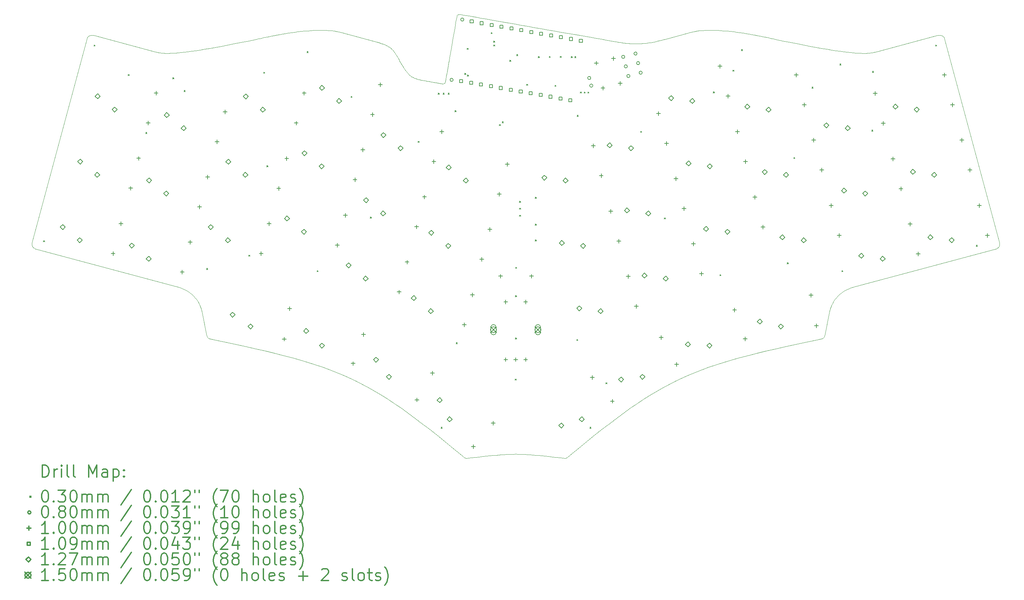
<source format=gbr>
%FSLAX45Y45*%
G04 Gerber Fmt 4.5, Leading zero omitted, Abs format (unit mm)*
G04 Created by KiCad (PCBNEW (5.1.9)-1) date 2021-07-05 21:58:59*
%MOMM*%
%LPD*%
G01*
G04 APERTURE LIST*
%TA.AperFunction,Profile*%
%ADD10C,0.100000*%
%TD*%
%ADD11C,0.200000*%
%ADD12C,0.300000*%
G04 APERTURE END LIST*
D10*
X10020000Y-5442500D02*
X10957500Y-5694000D01*
X18912500Y-5442500D02*
X18236000Y-5624000D01*
X23537500Y-5945000D02*
X25099500Y-5527000D01*
X20999500Y-5624000D02*
X21199555Y-5666006D01*
X21199555Y-5666006D02*
X21388300Y-5704729D01*
X21388300Y-5704729D02*
X21566085Y-5740292D01*
X21566085Y-5740292D02*
X21733264Y-5772816D01*
X21733264Y-5772816D02*
X21890188Y-5802424D01*
X21890188Y-5802424D02*
X22037209Y-5829238D01*
X22037209Y-5829238D02*
X22174680Y-5853379D01*
X22174680Y-5853379D02*
X22302953Y-5874969D01*
X22302953Y-5874969D02*
X22422380Y-5894130D01*
X22422380Y-5894130D02*
X22533312Y-5910985D01*
X22533312Y-5910985D02*
X22636103Y-5925655D01*
X22636103Y-5925655D02*
X22731103Y-5938262D01*
X22731103Y-5938262D02*
X22818666Y-5948928D01*
X22818666Y-5948928D02*
X22899144Y-5957775D01*
X22899144Y-5957775D02*
X22972888Y-5964925D01*
X22972888Y-5964925D02*
X23040250Y-5970500D01*
X23040250Y-5970500D02*
X23101583Y-5974622D01*
X23101583Y-5974622D02*
X23157239Y-5977412D01*
X23157239Y-5977412D02*
X23207570Y-5978994D01*
X23207570Y-5978994D02*
X23252928Y-5979488D01*
X23252928Y-5979488D02*
X23293665Y-5979017D01*
X23293665Y-5979017D02*
X23330133Y-5977703D01*
X23330133Y-5977703D02*
X23362685Y-5975667D01*
X23362685Y-5975667D02*
X23391672Y-5973031D01*
X23391672Y-5973031D02*
X23417447Y-5969918D01*
X23417447Y-5969918D02*
X23440361Y-5966450D01*
X23440361Y-5966450D02*
X23460767Y-5962747D01*
X23460767Y-5962747D02*
X23479017Y-5958933D01*
X23479017Y-5958933D02*
X23495464Y-5955130D01*
X23495464Y-5955130D02*
X23510458Y-5951458D01*
X23510458Y-5951458D02*
X23524353Y-5948041D01*
X23524353Y-5948041D02*
X23537500Y-5945000D01*
X18912500Y-5442500D02*
X18972749Y-5428868D01*
X18972749Y-5428868D02*
X19036474Y-5417792D01*
X19036474Y-5417792D02*
X19103359Y-5409140D01*
X19103359Y-5409140D02*
X19173088Y-5402782D01*
X19173088Y-5402782D02*
X19245346Y-5398587D01*
X19245346Y-5398587D02*
X19319818Y-5396422D01*
X19319818Y-5396422D02*
X19396188Y-5396158D01*
X19396188Y-5396158D02*
X19474141Y-5397664D01*
X19474141Y-5397664D02*
X19553360Y-5400808D01*
X19553360Y-5400808D02*
X19633531Y-5405460D01*
X19633531Y-5405460D02*
X19714339Y-5411487D01*
X19714339Y-5411487D02*
X19795467Y-5418761D01*
X19795467Y-5418761D02*
X19876600Y-5427148D01*
X19876600Y-5427148D02*
X19957423Y-5436519D01*
X19957423Y-5436519D02*
X20037619Y-5446743D01*
X20037619Y-5446743D02*
X20116875Y-5457688D01*
X20116875Y-5457688D02*
X20194874Y-5469223D01*
X20194874Y-5469223D02*
X20271300Y-5481217D01*
X20271300Y-5481217D02*
X20345839Y-5493540D01*
X20345839Y-5493540D02*
X20418174Y-5506060D01*
X20418174Y-5506060D02*
X20487990Y-5518646D01*
X20487990Y-5518646D02*
X20554972Y-5531167D01*
X20554972Y-5531167D02*
X20618805Y-5543493D01*
X20618805Y-5543493D02*
X20679172Y-5555492D01*
X20679172Y-5555492D02*
X20735758Y-5567033D01*
X20735758Y-5567033D02*
X20788248Y-5577986D01*
X20788248Y-5577986D02*
X20836327Y-5588219D01*
X20836327Y-5588219D02*
X20879678Y-5597600D01*
X20879678Y-5597600D02*
X20917986Y-5606001D01*
X20917986Y-5606001D02*
X20950936Y-5613288D01*
X20950936Y-5613288D02*
X20978213Y-5619331D01*
X20978213Y-5619331D02*
X20999500Y-5624000D01*
X7933000Y-5624000D02*
X7732923Y-5666006D01*
X7732923Y-5666006D02*
X7544118Y-5704729D01*
X7544118Y-5704729D02*
X7366236Y-5740292D01*
X7366236Y-5740292D02*
X7198929Y-5772816D01*
X7198929Y-5772816D02*
X7041849Y-5802424D01*
X7041849Y-5802424D02*
X6894648Y-5829238D01*
X6894648Y-5829238D02*
X6756978Y-5853379D01*
X6756978Y-5853379D02*
X6628492Y-5874969D01*
X6628492Y-5874969D02*
X6508841Y-5894130D01*
X6508841Y-5894130D02*
X6397677Y-5910985D01*
X6397677Y-5910985D02*
X6294652Y-5925655D01*
X6294652Y-5925655D02*
X6199419Y-5938262D01*
X6199419Y-5938262D02*
X6111629Y-5948928D01*
X6111629Y-5948928D02*
X6030934Y-5957775D01*
X6030934Y-5957775D02*
X5956986Y-5964925D01*
X5956986Y-5964925D02*
X5889437Y-5970500D01*
X5889437Y-5970500D02*
X5827940Y-5974622D01*
X5827940Y-5974622D02*
X5772146Y-5977412D01*
X5772146Y-5977412D02*
X5721708Y-5978994D01*
X5721708Y-5978994D02*
X5676276Y-5979488D01*
X5676276Y-5979488D02*
X5635504Y-5979017D01*
X5635504Y-5979017D02*
X5599043Y-5977703D01*
X5599043Y-5977703D02*
X5566546Y-5975667D01*
X5566546Y-5975667D02*
X5537664Y-5973031D01*
X5537664Y-5973031D02*
X5512049Y-5969918D01*
X5512049Y-5969918D02*
X5489354Y-5966450D01*
X5489354Y-5966450D02*
X5469230Y-5962747D01*
X5469230Y-5962747D02*
X5451329Y-5958933D01*
X5451329Y-5958933D02*
X5435304Y-5955130D01*
X5435304Y-5955130D02*
X5420806Y-5951458D01*
X5420806Y-5951458D02*
X5407487Y-5948041D01*
X5407487Y-5948041D02*
X5395000Y-5945000D01*
X5395000Y-5945000D02*
X3833000Y-5527000D01*
X10020000Y-5442500D02*
X9959751Y-5428868D01*
X9959751Y-5428868D02*
X9896026Y-5417792D01*
X9896026Y-5417792D02*
X9829141Y-5409140D01*
X9829141Y-5409140D02*
X9759412Y-5402782D01*
X9759412Y-5402782D02*
X9687154Y-5398587D01*
X9687154Y-5398587D02*
X9612682Y-5396422D01*
X9612682Y-5396422D02*
X9536312Y-5396158D01*
X9536312Y-5396158D02*
X9458359Y-5397664D01*
X9458359Y-5397664D02*
X9379140Y-5400808D01*
X9379140Y-5400808D02*
X9298969Y-5405460D01*
X9298969Y-5405460D02*
X9218161Y-5411487D01*
X9218161Y-5411487D02*
X9137033Y-5418761D01*
X9137033Y-5418761D02*
X9055900Y-5427148D01*
X9055900Y-5427148D02*
X8975077Y-5436519D01*
X8975077Y-5436519D02*
X8894881Y-5446743D01*
X8894881Y-5446743D02*
X8815625Y-5457688D01*
X8815625Y-5457688D02*
X8737626Y-5469223D01*
X8737626Y-5469223D02*
X8661200Y-5481217D01*
X8661200Y-5481217D02*
X8586661Y-5493540D01*
X8586661Y-5493540D02*
X8514326Y-5506060D01*
X8514326Y-5506060D02*
X8444510Y-5518646D01*
X8444510Y-5518646D02*
X8377527Y-5531167D01*
X8377527Y-5531167D02*
X8313695Y-5543493D01*
X8313695Y-5543493D02*
X8253328Y-5555492D01*
X8253328Y-5555492D02*
X8196742Y-5567033D01*
X8196742Y-5567033D02*
X8144252Y-5577986D01*
X8144252Y-5577986D02*
X8096173Y-5588219D01*
X8096173Y-5588219D02*
X8052822Y-5597600D01*
X8052822Y-5597600D02*
X8014514Y-5606001D01*
X8014514Y-5606001D02*
X7981564Y-5613288D01*
X7981564Y-5613288D02*
X7954287Y-5619331D01*
X7954287Y-5619331D02*
X7933000Y-5624000D01*
X6678000Y-13091000D02*
X6681750Y-13105824D01*
X6681750Y-13105824D02*
X6686249Y-13118889D01*
X6686249Y-13118889D02*
X6691497Y-13130333D01*
X6691497Y-13130333D02*
X6697492Y-13140297D01*
X6697492Y-13140297D02*
X6704235Y-13148919D01*
X6704235Y-13148919D02*
X6711724Y-13156338D01*
X6711724Y-13156338D02*
X6719958Y-13162694D01*
X6719958Y-13162694D02*
X6728937Y-13168125D01*
X6728937Y-13168125D02*
X6738661Y-13172771D01*
X6738661Y-13172771D02*
X6749128Y-13176771D01*
X6749128Y-13176771D02*
X6760337Y-13180265D01*
X6760337Y-13180265D02*
X6772289Y-13183391D01*
X6772289Y-13183391D02*
X6784982Y-13186288D01*
X6784982Y-13186288D02*
X6798415Y-13189096D01*
X6798415Y-13189096D02*
X6812588Y-13191953D01*
X6812588Y-13191953D02*
X6827500Y-13195000D01*
X3660000Y-5610000D02*
X2278000Y-10755000D01*
X3833000Y-5527000D02*
X3822740Y-5524658D01*
X3822740Y-5524658D02*
X3811580Y-5522938D01*
X3811580Y-5522938D02*
X3799696Y-5521920D01*
X3799696Y-5521920D02*
X3787266Y-5521688D01*
X3787266Y-5521688D02*
X3774466Y-5522322D01*
X3774466Y-5522322D02*
X3761475Y-5523906D01*
X3761475Y-5523906D02*
X3748468Y-5526521D01*
X3748468Y-5526521D02*
X3735625Y-5530250D01*
X3735625Y-5530250D02*
X3723121Y-5535174D01*
X3723121Y-5535174D02*
X3711135Y-5541375D01*
X3711135Y-5541375D02*
X3699842Y-5548936D01*
X3699842Y-5548936D02*
X3689422Y-5557938D01*
X3689422Y-5557938D02*
X3680050Y-5568463D01*
X3680050Y-5568463D02*
X3671904Y-5580594D01*
X3671904Y-5580594D02*
X3665162Y-5594412D01*
X3665162Y-5594412D02*
X3660000Y-5610000D01*
X2278000Y-10755000D02*
X2274653Y-10774156D01*
X2274653Y-10774156D02*
X2273486Y-10791906D01*
X2273486Y-10791906D02*
X2274315Y-10808297D01*
X2274315Y-10808297D02*
X2276953Y-10823375D01*
X2276953Y-10823375D02*
X2281214Y-10837188D01*
X2281214Y-10837188D02*
X2286912Y-10849781D01*
X2286912Y-10849781D02*
X2293861Y-10861203D01*
X2293861Y-10861203D02*
X2301875Y-10871500D01*
X2301875Y-10871500D02*
X2310768Y-10880719D01*
X2310768Y-10880719D02*
X2320354Y-10888906D01*
X2320354Y-10888906D02*
X2330446Y-10896109D01*
X2330446Y-10896109D02*
X2340859Y-10902375D01*
X2340859Y-10902375D02*
X2351407Y-10907750D01*
X2351407Y-10907750D02*
X2361904Y-10912281D01*
X2361904Y-10912281D02*
X2372164Y-10916016D01*
X2372164Y-10916016D02*
X2382000Y-10919000D01*
X26654000Y-10755000D02*
X26657347Y-10774156D01*
X26657347Y-10774156D02*
X26658514Y-10791906D01*
X26658514Y-10791906D02*
X26657685Y-10808297D01*
X26657685Y-10808297D02*
X26655047Y-10823375D01*
X26655047Y-10823375D02*
X26650786Y-10837188D01*
X26650786Y-10837188D02*
X26645088Y-10849781D01*
X26645088Y-10849781D02*
X26638139Y-10861203D01*
X26638139Y-10861203D02*
X26630125Y-10871500D01*
X26630125Y-10871500D02*
X26621232Y-10880719D01*
X26621232Y-10880719D02*
X26611646Y-10888906D01*
X26611646Y-10888906D02*
X26601554Y-10896109D01*
X26601554Y-10896109D02*
X26591141Y-10902375D01*
X26591141Y-10902375D02*
X26580592Y-10907750D01*
X26580592Y-10907750D02*
X26570096Y-10912281D01*
X26570096Y-10912281D02*
X26559836Y-10916016D01*
X26559836Y-10916016D02*
X26550000Y-10919000D01*
X25272000Y-5610000D02*
X26654000Y-10755000D01*
X25099000Y-5527000D02*
X25109259Y-5524658D01*
X25109259Y-5524658D02*
X25120420Y-5522938D01*
X25120420Y-5522938D02*
X25132304Y-5521920D01*
X25132304Y-5521920D02*
X25144734Y-5521688D01*
X25144734Y-5521688D02*
X25157534Y-5522322D01*
X25157534Y-5522322D02*
X25170525Y-5523906D01*
X25170525Y-5523906D02*
X25183531Y-5526521D01*
X25183531Y-5526521D02*
X25196375Y-5530250D01*
X25196375Y-5530250D02*
X25208879Y-5535174D01*
X25208879Y-5535174D02*
X25220865Y-5541375D01*
X25220865Y-5541375D02*
X25232157Y-5548936D01*
X25232157Y-5548936D02*
X25242578Y-5557938D01*
X25242578Y-5557938D02*
X25251950Y-5568463D01*
X25251950Y-5568463D02*
X25260096Y-5580594D01*
X25260096Y-5580594D02*
X25266838Y-5594412D01*
X25266838Y-5594412D02*
X25272000Y-5610000D01*
X13223000Y-16191000D02*
X13336306Y-16178467D01*
X13336306Y-16178467D02*
X13442718Y-16166742D01*
X13442718Y-16166742D02*
X13542696Y-16155826D01*
X13542696Y-16155826D02*
X13636699Y-16145719D01*
X13636699Y-16145719D02*
X13725187Y-16136420D01*
X13725187Y-16136420D02*
X13808620Y-16127930D01*
X13808620Y-16127930D02*
X13887456Y-16120248D01*
X13887456Y-16120248D02*
X13962156Y-16113375D01*
X13962156Y-16113375D02*
X14033180Y-16107310D01*
X14033180Y-16107310D02*
X14100986Y-16102055D01*
X14100986Y-16102055D02*
X14166034Y-16097607D01*
X14166034Y-16097607D02*
X14228785Y-16093969D01*
X14228785Y-16093969D02*
X14289697Y-16091139D01*
X14289697Y-16091139D02*
X14349231Y-16089117D01*
X14349231Y-16089117D02*
X14407845Y-16087904D01*
X14407845Y-16087904D02*
X14466000Y-16087500D01*
X14466000Y-16087500D02*
X14524155Y-16087904D01*
X14524155Y-16087904D02*
X14582769Y-16089117D01*
X14582769Y-16089117D02*
X14642302Y-16091139D01*
X14642302Y-16091139D02*
X14703215Y-16093969D01*
X14703215Y-16093969D02*
X14765965Y-16097607D01*
X14765965Y-16097607D02*
X14831014Y-16102055D01*
X14831014Y-16102055D02*
X14898820Y-16107310D01*
X14898820Y-16107310D02*
X14969844Y-16113375D01*
X14969844Y-16113375D02*
X15044544Y-16120248D01*
X15044544Y-16120248D02*
X15123380Y-16127930D01*
X15123380Y-16127930D02*
X15206813Y-16136420D01*
X15206813Y-16136420D02*
X15295301Y-16145719D01*
X15295301Y-16145719D02*
X15389304Y-16155826D01*
X15389304Y-16155826D02*
X15489282Y-16166742D01*
X15489282Y-16166742D02*
X15595694Y-16178467D01*
X15595694Y-16178467D02*
X15709000Y-16191000D01*
X15709000Y-16191000D02*
X15719326Y-16191298D01*
X15719326Y-16191298D02*
X15729595Y-16189482D01*
X15729595Y-16189482D02*
X15739959Y-16185704D01*
X15739959Y-16185704D02*
X15750572Y-16180119D01*
X15750572Y-16180119D02*
X15761587Y-16172879D01*
X15761587Y-16172879D02*
X15773158Y-16164138D01*
X15773158Y-16164138D02*
X15781256Y-16157553D01*
X15781256Y-16157553D02*
X15789714Y-16150413D01*
X15789714Y-16150413D02*
X15798578Y-16142766D01*
X15798578Y-16142766D02*
X15807893Y-16134655D01*
X15807893Y-16134655D02*
X15817705Y-16126127D01*
X15817705Y-16126127D02*
X15828059Y-16117227D01*
X15828059Y-16117227D02*
X15839000Y-16108000D01*
X6567000Y-12532000D02*
X6559496Y-12497127D01*
X6559496Y-12497127D02*
X6550882Y-12463196D01*
X6550882Y-12463196D02*
X6541189Y-12430203D01*
X6541189Y-12430203D02*
X6530449Y-12398146D01*
X6530449Y-12398146D02*
X6518694Y-12367024D01*
X6518694Y-12367024D02*
X6505955Y-12336832D01*
X6505955Y-12336832D02*
X6492266Y-12307570D01*
X6492266Y-12307570D02*
X6477656Y-12279234D01*
X6477656Y-12279234D02*
X6462159Y-12251823D01*
X6462159Y-12251823D02*
X6445806Y-12225334D01*
X6445806Y-12225334D02*
X6428629Y-12199764D01*
X6428629Y-12199764D02*
X6410660Y-12175111D01*
X6410660Y-12175111D02*
X6391931Y-12151373D01*
X6391931Y-12151373D02*
X6372473Y-12128548D01*
X6372473Y-12128548D02*
X6352319Y-12106633D01*
X6352319Y-12106633D02*
X6331500Y-12085625D01*
X6331500Y-12085625D02*
X6310048Y-12065522D01*
X6310048Y-12065522D02*
X6287996Y-12046323D01*
X6287996Y-12046323D02*
X6265374Y-12028024D01*
X6265374Y-12028024D02*
X6242215Y-12010623D01*
X6242215Y-12010623D02*
X6218550Y-11994118D01*
X6218550Y-11994118D02*
X6194412Y-11978506D01*
X6194412Y-11978506D02*
X6169833Y-11963785D01*
X6169833Y-11963785D02*
X6144844Y-11949953D01*
X6144844Y-11949953D02*
X6119476Y-11937007D01*
X6119476Y-11937007D02*
X6093763Y-11924945D01*
X6093763Y-11924945D02*
X6067736Y-11913764D01*
X6067736Y-11913764D02*
X6041426Y-11903463D01*
X6041426Y-11903463D02*
X6014865Y-11894038D01*
X6014865Y-11894038D02*
X5988086Y-11885487D01*
X5988086Y-11885487D02*
X5961121Y-11877809D01*
X5961121Y-11877809D02*
X5934000Y-11871000D01*
X6567000Y-12532000D02*
X6678000Y-13091000D01*
X22254000Y-13091000D02*
X22250250Y-13105824D01*
X22250250Y-13105824D02*
X22245751Y-13118889D01*
X22245751Y-13118889D02*
X22240503Y-13130333D01*
X22240503Y-13130333D02*
X22234508Y-13140297D01*
X22234508Y-13140297D02*
X22227765Y-13148919D01*
X22227765Y-13148919D02*
X22220276Y-13156338D01*
X22220276Y-13156338D02*
X22212042Y-13162694D01*
X22212042Y-13162694D02*
X22203063Y-13168125D01*
X22203063Y-13168125D02*
X22193339Y-13172771D01*
X22193339Y-13172771D02*
X22182872Y-13176771D01*
X22182872Y-13176771D02*
X22171662Y-13180265D01*
X22171662Y-13180265D02*
X22159711Y-13183391D01*
X22159711Y-13183391D02*
X22147018Y-13186288D01*
X22147018Y-13186288D02*
X22133585Y-13189096D01*
X22133585Y-13189096D02*
X22119412Y-13191953D01*
X22119412Y-13191953D02*
X22104500Y-13195000D01*
X22365000Y-12532000D02*
X22372503Y-12497127D01*
X22372503Y-12497127D02*
X22381118Y-12463196D01*
X22381118Y-12463196D02*
X22390811Y-12430203D01*
X22390811Y-12430203D02*
X22401551Y-12398146D01*
X22401551Y-12398146D02*
X22413306Y-12367024D01*
X22413306Y-12367024D02*
X22426044Y-12336832D01*
X22426044Y-12336832D02*
X22439734Y-12307570D01*
X22439734Y-12307570D02*
X22454344Y-12279234D01*
X22454344Y-12279234D02*
X22469841Y-12251823D01*
X22469841Y-12251823D02*
X22486194Y-12225334D01*
X22486194Y-12225334D02*
X22503371Y-12199764D01*
X22503371Y-12199764D02*
X22521340Y-12175111D01*
X22521340Y-12175111D02*
X22540069Y-12151373D01*
X22540069Y-12151373D02*
X22559527Y-12128548D01*
X22559527Y-12128548D02*
X22579681Y-12106633D01*
X22579681Y-12106633D02*
X22600500Y-12085625D01*
X22600500Y-12085625D02*
X22621952Y-12065522D01*
X22621952Y-12065522D02*
X22644004Y-12046323D01*
X22644004Y-12046323D02*
X22666626Y-12028024D01*
X22666626Y-12028024D02*
X22689785Y-12010623D01*
X22689785Y-12010623D02*
X22713449Y-11994118D01*
X22713449Y-11994118D02*
X22737587Y-11978506D01*
X22737587Y-11978506D02*
X22762167Y-11963785D01*
X22762167Y-11963785D02*
X22787156Y-11949953D01*
X22787156Y-11949953D02*
X22812523Y-11937007D01*
X22812523Y-11937007D02*
X22838237Y-11924945D01*
X22838237Y-11924945D02*
X22864264Y-11913764D01*
X22864264Y-11913764D02*
X22890574Y-11903463D01*
X22890574Y-11903463D02*
X22917134Y-11894038D01*
X22917134Y-11894038D02*
X22943913Y-11885487D01*
X22943913Y-11885487D02*
X22970879Y-11877809D01*
X22970879Y-11877809D02*
X22998000Y-11871000D01*
X22365000Y-12532000D02*
X22254000Y-13091000D01*
X13223000Y-16191000D02*
X13212674Y-16191298D01*
X13212674Y-16191298D02*
X13202405Y-16189482D01*
X13202405Y-16189482D02*
X13192041Y-16185704D01*
X13192041Y-16185704D02*
X13181428Y-16180119D01*
X13181428Y-16180119D02*
X13170412Y-16172879D01*
X13170412Y-16172879D02*
X13158842Y-16164138D01*
X13158842Y-16164138D02*
X13150744Y-16157553D01*
X13150744Y-16157553D02*
X13142286Y-16150413D01*
X13142286Y-16150413D02*
X13133422Y-16142766D01*
X13133422Y-16142766D02*
X13124107Y-16134655D01*
X13124107Y-16134655D02*
X13114295Y-16126127D01*
X13114295Y-16126127D02*
X13103941Y-16117227D01*
X13103941Y-16117227D02*
X13093000Y-16108000D01*
X26550000Y-10919000D02*
X22998000Y-11871000D01*
X22104500Y-13195000D02*
X21811846Y-13255910D01*
X21811846Y-13255910D02*
X21532917Y-13315132D01*
X21532917Y-13315132D02*
X21266966Y-13373030D01*
X21266966Y-13373030D02*
X21013244Y-13429967D01*
X21013244Y-13429967D02*
X20771005Y-13486305D01*
X20771005Y-13486305D02*
X20539500Y-13542407D01*
X20539500Y-13542407D02*
X20317982Y-13598638D01*
X20317982Y-13598638D02*
X20105703Y-13655359D01*
X20105703Y-13655359D02*
X19901916Y-13712935D01*
X19901916Y-13712935D02*
X19705873Y-13771727D01*
X19705873Y-13771727D02*
X19516827Y-13832100D01*
X19516827Y-13832100D02*
X19334029Y-13894416D01*
X19334029Y-13894416D02*
X19156733Y-13959038D01*
X19156733Y-13959038D02*
X18984190Y-14026330D01*
X18984190Y-14026330D02*
X18815653Y-14096655D01*
X18815653Y-14096655D02*
X18650375Y-14170375D01*
X18650375Y-14170375D02*
X18487607Y-14247854D01*
X18487607Y-14247854D02*
X18326603Y-14329455D01*
X18326603Y-14329455D02*
X18166614Y-14415541D01*
X18166614Y-14415541D02*
X18006893Y-14506475D01*
X18006893Y-14506475D02*
X17846692Y-14602620D01*
X17846692Y-14602620D02*
X17685263Y-14704339D01*
X17685263Y-14704339D02*
X17521860Y-14811996D01*
X17521860Y-14811996D02*
X17355734Y-14925953D01*
X17355734Y-14925953D02*
X17186138Y-15046574D01*
X17186138Y-15046574D02*
X17012324Y-15174221D01*
X17012324Y-15174221D02*
X16833545Y-15309259D01*
X16833545Y-15309259D02*
X16649053Y-15452049D01*
X16649053Y-15452049D02*
X16458100Y-15602955D01*
X16458100Y-15602955D02*
X16259938Y-15762340D01*
X16259938Y-15762340D02*
X16053821Y-15930567D01*
X16053821Y-15930567D02*
X15839000Y-16108000D01*
X16993000Y-5687000D02*
X17029934Y-5693582D01*
X17029934Y-5693582D02*
X17066341Y-5699817D01*
X17066341Y-5699817D02*
X17102286Y-5705682D01*
X17102286Y-5705682D02*
X17137834Y-5711158D01*
X17137834Y-5711158D02*
X17173051Y-5716225D01*
X17173051Y-5716225D02*
X17208000Y-5720862D01*
X17208000Y-5720862D02*
X17242748Y-5725049D01*
X17242748Y-5725049D02*
X17277359Y-5728766D01*
X17277359Y-5728766D02*
X17311899Y-5731991D01*
X17311899Y-5731991D02*
X17346431Y-5734706D01*
X17346431Y-5734706D02*
X17381022Y-5736890D01*
X17381022Y-5736890D02*
X17415736Y-5738521D01*
X17415736Y-5738521D02*
X17450639Y-5739581D01*
X17450639Y-5739581D02*
X17485794Y-5740048D01*
X17485794Y-5740048D02*
X17521268Y-5739903D01*
X17521268Y-5739903D02*
X17557125Y-5739125D01*
X17557125Y-5739125D02*
X17593430Y-5737693D01*
X17593430Y-5737693D02*
X17630249Y-5735588D01*
X17630249Y-5735588D02*
X17667646Y-5732789D01*
X17667646Y-5732789D02*
X17705686Y-5729275D01*
X17705686Y-5729275D02*
X17744434Y-5725027D01*
X17744434Y-5725027D02*
X17783955Y-5720024D01*
X17783955Y-5720024D02*
X17824315Y-5714246D01*
X17824315Y-5714246D02*
X17865578Y-5707672D01*
X17865578Y-5707672D02*
X17907809Y-5700282D01*
X17907809Y-5700282D02*
X17951074Y-5692056D01*
X17951074Y-5692056D02*
X17995437Y-5682973D01*
X17995437Y-5682973D02*
X18040963Y-5673014D01*
X18040963Y-5673014D02*
X18087717Y-5662157D01*
X18087717Y-5662157D02*
X18135765Y-5650382D01*
X18135765Y-5650382D02*
X18185171Y-5637670D01*
X18185171Y-5637670D02*
X18236000Y-5624000D01*
X12606000Y-6747000D02*
X12620201Y-6749027D01*
X12620201Y-6749027D02*
X12633017Y-6749507D01*
X12633017Y-6749507D02*
X12644489Y-6748474D01*
X12644489Y-6748474D02*
X12654656Y-6745963D01*
X12654656Y-6745963D02*
X12666250Y-6740375D01*
X12666250Y-6740375D02*
X12675687Y-6732303D01*
X12675687Y-6732303D02*
X12683062Y-6721828D01*
X12683062Y-6721828D02*
X12687297Y-6712445D01*
X12687297Y-6712445D02*
X12690463Y-6701791D01*
X12690463Y-6701791D02*
X12692000Y-6694000D01*
X11575000Y-6233000D02*
X11596531Y-6269569D01*
X11596531Y-6269569D02*
X11617303Y-6303775D01*
X11617303Y-6303775D02*
X11637394Y-6335711D01*
X11637394Y-6335711D02*
X11656881Y-6365469D01*
X11656881Y-6365469D02*
X11675843Y-6393140D01*
X11675843Y-6393140D02*
X11694358Y-6418818D01*
X11694358Y-6418818D02*
X11712504Y-6442595D01*
X11712504Y-6442595D02*
X11730359Y-6464562D01*
X11730359Y-6464562D02*
X11748002Y-6484813D01*
X11748002Y-6484813D02*
X11765511Y-6503439D01*
X11765511Y-6503439D02*
X11782964Y-6520533D01*
X11782964Y-6520533D02*
X11800439Y-6536187D01*
X11800439Y-6536187D02*
X11818015Y-6550494D01*
X11818015Y-6550494D02*
X11835769Y-6563545D01*
X11835769Y-6563545D02*
X11853779Y-6575433D01*
X11853779Y-6575433D02*
X11872125Y-6586250D01*
X11872125Y-6586250D02*
X11890884Y-6596089D01*
X11890884Y-6596089D02*
X11910133Y-6605041D01*
X11910133Y-6605041D02*
X11929953Y-6613199D01*
X11929953Y-6613199D02*
X11950420Y-6620656D01*
X11950420Y-6620656D02*
X11971613Y-6627504D01*
X11971613Y-6627504D02*
X11993610Y-6633834D01*
X11993610Y-6633834D02*
X12016489Y-6639739D01*
X12016489Y-6639739D02*
X12040328Y-6645312D01*
X12040328Y-6645312D02*
X12065206Y-6650645D01*
X12065206Y-6650645D02*
X12091201Y-6655830D01*
X12091201Y-6655830D02*
X12118391Y-6660959D01*
X12118391Y-6660959D02*
X12146853Y-6666125D01*
X12146853Y-6666125D02*
X12176668Y-6671420D01*
X12176668Y-6671420D02*
X12207911Y-6676935D01*
X12207911Y-6676935D02*
X12240663Y-6682765D01*
X12240663Y-6682765D02*
X12275000Y-6689000D01*
X11575000Y-6233000D02*
X11556953Y-6200893D01*
X11556953Y-6200893D02*
X11539869Y-6170345D01*
X11539869Y-6170345D02*
X11523642Y-6141300D01*
X11523642Y-6141300D02*
X11508169Y-6113699D01*
X11508169Y-6113699D02*
X11493345Y-6087486D01*
X11493345Y-6087486D02*
X11479066Y-6062602D01*
X11479066Y-6062602D02*
X11465228Y-6038990D01*
X11465228Y-6038990D02*
X11451726Y-6016594D01*
X11451726Y-6016594D02*
X11438457Y-5995354D01*
X11438457Y-5995354D02*
X11425315Y-5975214D01*
X11425315Y-5975214D02*
X11412198Y-5956117D01*
X11412198Y-5956117D02*
X11398999Y-5938004D01*
X11398999Y-5938004D02*
X11385615Y-5920818D01*
X11385615Y-5920818D02*
X11371943Y-5904502D01*
X11371943Y-5904502D02*
X11357876Y-5888999D01*
X11357876Y-5888999D02*
X11343312Y-5874250D01*
X11343312Y-5874250D02*
X11328146Y-5860198D01*
X11328146Y-5860198D02*
X11312274Y-5846787D01*
X11312274Y-5846787D02*
X11295591Y-5833957D01*
X11295591Y-5833957D02*
X11277993Y-5821652D01*
X11277993Y-5821652D02*
X11259376Y-5809815D01*
X11259376Y-5809815D02*
X11239636Y-5798387D01*
X11239636Y-5798387D02*
X11218667Y-5787312D01*
X11218667Y-5787312D02*
X11196367Y-5776531D01*
X11196367Y-5776531D02*
X11172631Y-5765988D01*
X11172631Y-5765988D02*
X11147354Y-5755624D01*
X11147354Y-5755624D02*
X11120432Y-5745383D01*
X11120432Y-5745383D02*
X11091761Y-5735207D01*
X11091761Y-5735207D02*
X11061236Y-5725038D01*
X11061236Y-5725038D02*
X11028754Y-5714819D01*
X11028754Y-5714819D02*
X10994210Y-5704492D01*
X10994210Y-5704492D02*
X10957500Y-5694000D01*
X2382000Y-10919000D02*
X5934000Y-11871000D01*
X12606000Y-6747000D02*
X12595899Y-6745230D01*
X12595899Y-6745230D02*
X12583807Y-6743111D01*
X12583807Y-6743111D02*
X12571908Y-6741026D01*
X12571908Y-6741026D02*
X12556372Y-6738304D01*
X12556372Y-6738304D02*
X12536715Y-6734859D01*
X12536715Y-6734859D02*
X12525189Y-6732840D01*
X12525189Y-6732840D02*
X12512452Y-6730608D01*
X12512452Y-6730608D02*
X12498441Y-6728153D01*
X12498441Y-6728153D02*
X12483097Y-6725464D01*
X12483097Y-6725464D02*
X12466359Y-6722531D01*
X12466359Y-6722531D02*
X12448167Y-6719343D01*
X12448167Y-6719343D02*
X12428459Y-6715890D01*
X12428459Y-6715890D02*
X12407176Y-6712161D01*
X12407176Y-6712161D02*
X12384256Y-6708144D01*
X12384256Y-6708144D02*
X12359639Y-6703831D01*
X12359639Y-6703831D02*
X12333264Y-6699209D01*
X12333264Y-6699209D02*
X12305072Y-6694269D01*
X12305072Y-6694269D02*
X12275000Y-6689000D01*
X16993000Y-5687000D02*
X16919035Y-5674295D01*
X16919035Y-5674295D02*
X16831523Y-5659180D01*
X16831523Y-5659180D02*
X16731505Y-5641838D01*
X16731505Y-5641838D02*
X16620025Y-5622455D01*
X16620025Y-5622455D02*
X16498125Y-5601215D01*
X16498125Y-5601215D02*
X16366847Y-5578303D01*
X16366847Y-5578303D02*
X16227234Y-5553905D01*
X16227234Y-5553905D02*
X16080328Y-5528203D01*
X16080328Y-5528203D02*
X15927171Y-5501384D01*
X15927171Y-5501384D02*
X15768807Y-5473632D01*
X15768807Y-5473632D02*
X15606276Y-5445132D01*
X15606276Y-5445132D02*
X15440623Y-5416068D01*
X15440623Y-5416068D02*
X15272889Y-5386626D01*
X15272889Y-5386626D02*
X15104116Y-5356990D01*
X15104116Y-5356990D02*
X14935347Y-5327345D01*
X14935347Y-5327345D02*
X14767625Y-5297875D01*
X14767625Y-5297875D02*
X14601992Y-5268766D01*
X14601992Y-5268766D02*
X14439489Y-5240201D01*
X14439489Y-5240201D02*
X14281161Y-5212367D01*
X14281161Y-5212367D02*
X14128049Y-5185447D01*
X14128049Y-5185447D02*
X13981195Y-5159627D01*
X13981195Y-5159627D02*
X13841642Y-5135091D01*
X13841642Y-5135091D02*
X13710433Y-5112023D01*
X13710433Y-5112023D02*
X13588609Y-5090609D01*
X13588609Y-5090609D02*
X13477214Y-5071034D01*
X13477214Y-5071034D02*
X13377289Y-5053482D01*
X13377289Y-5053482D02*
X13289878Y-5038137D01*
X13289878Y-5038137D02*
X13216021Y-5025186D01*
X13216021Y-5025186D02*
X13156763Y-5014811D01*
X13156763Y-5014811D02*
X13113145Y-5007199D01*
X13113145Y-5007199D02*
X13086210Y-5002534D01*
X13086210Y-5002534D02*
X13077000Y-5001000D01*
X6827500Y-13195000D02*
X7120154Y-13255910D01*
X7120154Y-13255910D02*
X7399083Y-13315132D01*
X7399083Y-13315132D02*
X7665034Y-13373030D01*
X7665034Y-13373030D02*
X7918756Y-13429967D01*
X7918756Y-13429967D02*
X8160995Y-13486305D01*
X8160995Y-13486305D02*
X8392500Y-13542407D01*
X8392500Y-13542407D02*
X8614018Y-13598638D01*
X8614018Y-13598638D02*
X8826297Y-13655359D01*
X8826297Y-13655359D02*
X9030084Y-13712935D01*
X9030084Y-13712935D02*
X9226127Y-13771727D01*
X9226127Y-13771727D02*
X9415173Y-13832100D01*
X9415173Y-13832100D02*
X9597971Y-13894416D01*
X9597971Y-13894416D02*
X9775267Y-13959038D01*
X9775267Y-13959038D02*
X9947810Y-14026330D01*
X9947810Y-14026330D02*
X10116347Y-14096655D01*
X10116347Y-14096655D02*
X10281625Y-14170375D01*
X10281625Y-14170375D02*
X10444393Y-14247854D01*
X10444393Y-14247854D02*
X10605397Y-14329455D01*
X10605397Y-14329455D02*
X10765386Y-14415541D01*
X10765386Y-14415541D02*
X10925107Y-14506475D01*
X10925107Y-14506475D02*
X11085308Y-14602620D01*
X11085308Y-14602620D02*
X11246736Y-14704339D01*
X11246736Y-14704339D02*
X11410140Y-14811996D01*
X11410140Y-14811996D02*
X11576266Y-14925953D01*
X11576266Y-14925953D02*
X11745862Y-15046574D01*
X11745862Y-15046574D02*
X11919675Y-15174221D01*
X11919675Y-15174221D02*
X12098455Y-15309259D01*
X12098455Y-15309259D02*
X12282947Y-15452049D01*
X12282947Y-15452049D02*
X12473900Y-15602955D01*
X12473900Y-15602955D02*
X12672062Y-15762340D01*
X12672062Y-15762340D02*
X12878179Y-15930567D01*
X12878179Y-15930567D02*
X13093000Y-16108000D01*
X12980000Y-5050000D02*
X12953835Y-5199359D01*
X12953835Y-5199359D02*
X12929305Y-5339386D01*
X12929305Y-5339386D02*
X12906356Y-5470382D01*
X12906356Y-5470382D02*
X12884937Y-5592648D01*
X12884937Y-5592648D02*
X12864995Y-5706486D01*
X12864995Y-5706486D02*
X12846476Y-5812196D01*
X12846476Y-5812196D02*
X12829329Y-5910080D01*
X12829329Y-5910080D02*
X12813500Y-6000437D01*
X12813500Y-6000437D02*
X12798936Y-6083571D01*
X12798936Y-6083571D02*
X12785586Y-6159780D01*
X12785586Y-6159780D02*
X12773395Y-6229367D01*
X12773395Y-6229367D02*
X12762312Y-6292633D01*
X12762312Y-6292633D02*
X12752284Y-6349878D01*
X12752284Y-6349878D02*
X12743258Y-6401403D01*
X12743258Y-6401403D02*
X12735181Y-6447510D01*
X12735181Y-6447510D02*
X12728000Y-6488500D01*
X12728000Y-6488500D02*
X12721663Y-6524673D01*
X12721663Y-6524673D02*
X12716117Y-6556331D01*
X12716117Y-6556331D02*
X12711309Y-6583774D01*
X12711309Y-6583774D02*
X12707187Y-6607305D01*
X12707187Y-6607305D02*
X12703698Y-6627222D01*
X12703698Y-6627222D02*
X12700789Y-6643829D01*
X12700789Y-6643829D02*
X12698407Y-6657425D01*
X12698407Y-6657425D02*
X12696500Y-6668312D01*
X12696500Y-6668312D02*
X12693898Y-6683163D01*
X12693898Y-6683163D02*
X12692070Y-6693599D01*
X12692070Y-6693599D02*
X12692000Y-6694000D01*
X13077000Y-5001000D02*
X13066757Y-4999631D01*
X13066757Y-4999631D02*
X13055908Y-4999009D01*
X13055908Y-4999009D02*
X13044747Y-4999304D01*
X13044747Y-4999304D02*
X13033564Y-5000684D01*
X13033564Y-5000684D02*
X13022652Y-5003315D01*
X13022652Y-5003315D02*
X13012301Y-5007368D01*
X13012301Y-5007368D02*
X13002805Y-5013009D01*
X13002805Y-5013009D02*
X12994453Y-5020406D01*
X12994453Y-5020406D02*
X12987539Y-5029729D01*
X12987539Y-5029729D02*
X12982353Y-5041144D01*
X12982353Y-5041144D02*
X12980000Y-5050000D01*
D11*
X2563000Y-10704000D02*
X2593000Y-10734000D01*
X2593000Y-10704000D02*
X2563000Y-10734000D01*
X3837000Y-5770000D02*
X3867000Y-5800000D01*
X3867000Y-5770000D02*
X3837000Y-5800000D01*
X4695000Y-6515000D02*
X4725000Y-6545000D01*
X4725000Y-6515000D02*
X4695000Y-6545000D01*
X5140000Y-7973000D02*
X5170000Y-8003000D01*
X5170000Y-7973000D02*
X5140000Y-8003000D01*
X5825000Y-6595000D02*
X5855000Y-6625000D01*
X5855000Y-6595000D02*
X5825000Y-6625000D01*
X6105000Y-6915000D02*
X6135000Y-6945000D01*
X6135000Y-6915000D02*
X6105000Y-6945000D01*
X6675000Y-11405000D02*
X6705000Y-11435000D01*
X6705000Y-11405000D02*
X6675000Y-11435000D01*
X7736000Y-11068000D02*
X7766000Y-11098000D01*
X7766000Y-11068000D02*
X7736000Y-11098000D01*
X8115000Y-6455000D02*
X8145000Y-6485000D01*
X8145000Y-6455000D02*
X8115000Y-6485000D01*
X8194000Y-8812000D02*
X8224000Y-8842000D01*
X8224000Y-8812000D02*
X8194000Y-8842000D01*
X9205000Y-5935000D02*
X9235000Y-5965000D01*
X9235000Y-5935000D02*
X9205000Y-5965000D01*
X9460000Y-11460000D02*
X9490000Y-11490000D01*
X9490000Y-11460000D02*
X9460000Y-11490000D01*
X10315000Y-7065000D02*
X10345000Y-7095000D01*
X10345000Y-7065000D02*
X10315000Y-7095000D01*
X10802000Y-10110000D02*
X10832000Y-10140000D01*
X10832000Y-10110000D02*
X10802000Y-10140000D01*
X12006000Y-8197000D02*
X12036000Y-8227000D01*
X12036000Y-8197000D02*
X12006000Y-8227000D01*
X12510000Y-6985000D02*
X12540000Y-7015000D01*
X12540000Y-6985000D02*
X12510000Y-7015000D01*
X12585000Y-15410000D02*
X12615000Y-15440000D01*
X12615000Y-15410000D02*
X12585000Y-15440000D01*
X12635000Y-6985000D02*
X12665000Y-7015000D01*
X12665000Y-6985000D02*
X12635000Y-7015000D01*
X12760000Y-6985000D02*
X12790000Y-7015000D01*
X12790000Y-6985000D02*
X12760000Y-7015000D01*
X12936000Y-7426000D02*
X12966000Y-7456000D01*
X12966000Y-7426000D02*
X12936000Y-7456000D01*
X12965000Y-13275000D02*
X12995000Y-13305000D01*
X12995000Y-13275000D02*
X12965000Y-13305000D01*
X13181892Y-6483087D02*
X13211892Y-6513087D01*
X13211892Y-6483087D02*
X13181892Y-6513087D01*
X13240000Y-5855000D02*
X13270000Y-5885000D01*
X13270000Y-5855000D02*
X13240000Y-5885000D01*
X13250021Y-6525021D02*
X13280021Y-6555021D01*
X13280021Y-6525021D02*
X13250021Y-6555021D01*
X13845000Y-5455000D02*
X13875000Y-5485000D01*
X13875000Y-5455000D02*
X13845000Y-5485000D01*
X13910000Y-5670000D02*
X13940000Y-5700000D01*
X13940000Y-5670000D02*
X13910000Y-5700000D01*
X13910000Y-5770000D02*
X13940000Y-5800000D01*
X13940000Y-5770000D02*
X13910000Y-5800000D01*
X14055000Y-7775000D02*
X14085000Y-7805000D01*
X14085000Y-7775000D02*
X14055000Y-7805000D01*
X14125000Y-7705000D02*
X14155000Y-7735000D01*
X14155000Y-7705000D02*
X14125000Y-7735000D01*
X14315000Y-6155000D02*
X14345000Y-6185000D01*
X14345000Y-6155000D02*
X14315000Y-6185000D01*
X14450000Y-14192000D02*
X14480000Y-14222000D01*
X14480000Y-14192000D02*
X14450000Y-14222000D01*
X14457000Y-13158000D02*
X14487000Y-13188000D01*
X14487000Y-13158000D02*
X14457000Y-13188000D01*
X14459000Y-12087000D02*
X14489000Y-12117000D01*
X14489000Y-12087000D02*
X14459000Y-12117000D01*
X14463000Y-11372000D02*
X14493000Y-11402000D01*
X14493000Y-11372000D02*
X14463000Y-11402000D01*
X14490000Y-6010000D02*
X14520000Y-6040000D01*
X14520000Y-6010000D02*
X14490000Y-6040000D01*
X14560000Y-9710000D02*
X14590000Y-9740000D01*
X14590000Y-9710000D02*
X14560000Y-9740000D01*
X14560000Y-9885000D02*
X14590000Y-9915000D01*
X14590000Y-9885000D02*
X14560000Y-9915000D01*
X14560000Y-10060000D02*
X14590000Y-10090000D01*
X14590000Y-10060000D02*
X14560000Y-10090000D01*
X14740000Y-6760000D02*
X14770000Y-6790000D01*
X14770000Y-6760000D02*
X14740000Y-6790000D01*
X14960000Y-9610000D02*
X14990000Y-9640000D01*
X14990000Y-9610000D02*
X14960000Y-9640000D01*
X14960000Y-10285000D02*
X14990000Y-10315000D01*
X14990000Y-10285000D02*
X14960000Y-10315000D01*
X14960000Y-10685000D02*
X14990000Y-10715000D01*
X14990000Y-10685000D02*
X14960000Y-10715000D01*
X15035000Y-6063000D02*
X15065000Y-6093000D01*
X15065000Y-6063000D02*
X15035000Y-6093000D01*
X15311000Y-6055000D02*
X15341000Y-6085000D01*
X15341000Y-6055000D02*
X15311000Y-6085000D01*
X15455000Y-6785000D02*
X15485000Y-6815000D01*
X15485000Y-6785000D02*
X15455000Y-6815000D01*
X15587000Y-6057000D02*
X15617000Y-6087000D01*
X15617000Y-6057000D02*
X15587000Y-6087000D01*
X15863000Y-6061000D02*
X15893000Y-6091000D01*
X15893000Y-6061000D02*
X15863000Y-6091000D01*
X15955000Y-6060000D02*
X15985000Y-6090000D01*
X15985000Y-6060000D02*
X15955000Y-6090000D01*
X16005000Y-13195000D02*
X16035000Y-13225000D01*
X16035000Y-13195000D02*
X16005000Y-13225000D01*
X16014000Y-7542000D02*
X16044000Y-7572000D01*
X16044000Y-7542000D02*
X16014000Y-7572000D01*
X16095000Y-6952500D02*
X16125000Y-6982500D01*
X16125000Y-6952500D02*
X16095000Y-6982500D01*
X16190000Y-6952500D02*
X16220000Y-6982500D01*
X16220000Y-6952500D02*
X16190000Y-6982500D01*
X16285000Y-6952500D02*
X16315000Y-6982500D01*
X16315000Y-6952500D02*
X16285000Y-6982500D01*
X16335000Y-15410000D02*
X16365000Y-15440000D01*
X16365000Y-15410000D02*
X16335000Y-15440000D01*
X16735000Y-14285000D02*
X16765000Y-14315000D01*
X16765000Y-14285000D02*
X16735000Y-14315000D01*
X17614000Y-7945000D02*
X17644000Y-7975000D01*
X17644000Y-7945000D02*
X17614000Y-7975000D01*
X18208000Y-10129000D02*
X18238000Y-10159000D01*
X18238000Y-10129000D02*
X18208000Y-10159000D01*
X19447000Y-6951000D02*
X19477000Y-6981000D01*
X19477000Y-6951000D02*
X19447000Y-6981000D01*
X19610000Y-11560000D02*
X19640000Y-11590000D01*
X19640000Y-11560000D02*
X19610000Y-11590000D01*
X19935000Y-6405000D02*
X19965000Y-6435000D01*
X19965000Y-6405000D02*
X19935000Y-6435000D01*
X20155000Y-5885000D02*
X20185000Y-5915000D01*
X20185000Y-5885000D02*
X20155000Y-5915000D01*
X21310000Y-11260000D02*
X21340000Y-11290000D01*
X21340000Y-11260000D02*
X21310000Y-11290000D01*
X21473000Y-8605000D02*
X21503000Y-8635000D01*
X21503000Y-8605000D02*
X21473000Y-8635000D01*
X21933000Y-6831000D02*
X21963000Y-6861000D01*
X21963000Y-6831000D02*
X21933000Y-6861000D01*
X22635000Y-6245000D02*
X22665000Y-6275000D01*
X22665000Y-6245000D02*
X22635000Y-6275000D01*
X22685000Y-11460000D02*
X22715000Y-11490000D01*
X22715000Y-11460000D02*
X22685000Y-11490000D01*
X23439000Y-7916000D02*
X23469000Y-7946000D01*
X23469000Y-7916000D02*
X23439000Y-7946000D01*
X23455000Y-6435000D02*
X23485000Y-6465000D01*
X23485000Y-6435000D02*
X23455000Y-6465000D01*
X25048000Y-5770000D02*
X25078000Y-5800000D01*
X25078000Y-5770000D02*
X25048000Y-5800000D01*
X26073000Y-10819000D02*
X26103000Y-10849000D01*
X26103000Y-10819000D02*
X26073000Y-10849000D01*
X12890000Y-6650000D02*
G75*
G03*
X12890000Y-6650000I-40000J0D01*
G01*
X13160000Y-5130000D02*
G75*
G03*
X13160000Y-5130000I-40000J0D01*
G01*
X16359000Y-6602000D02*
G75*
G03*
X16359000Y-6602000I-40000J0D01*
G01*
X16410764Y-6795185D02*
G75*
G03*
X16410764Y-6795185I-40000J0D01*
G01*
X17215591Y-6069537D02*
G75*
G03*
X17215591Y-6069537I-40000J0D01*
G01*
X17280295Y-6311018D02*
G75*
G03*
X17280295Y-6311018I-40000J0D01*
G01*
X17345000Y-6552500D02*
G75*
G03*
X17345000Y-6552500I-40000J0D01*
G01*
X17524687Y-5986715D02*
G75*
G03*
X17524687Y-5986715I-40000J0D01*
G01*
X17589392Y-6228196D02*
G75*
G03*
X17589392Y-6228196I-40000J0D01*
G01*
X17654096Y-6469678D02*
G75*
G03*
X17654096Y-6469678I-40000J0D01*
G01*
X4318966Y-10980069D02*
X4318966Y-11080069D01*
X4268966Y-11030069D02*
X4368966Y-11030069D01*
X4520845Y-10226647D02*
X4520845Y-10326647D01*
X4470845Y-10276647D02*
X4570845Y-10276647D01*
X4760348Y-9331264D02*
X4760348Y-9431264D01*
X4710348Y-9381264D02*
X4810348Y-9381264D01*
X4962227Y-8577842D02*
X4962227Y-8677842D01*
X4912227Y-8627842D02*
X5012227Y-8627842D01*
X5200473Y-7685360D02*
X5200473Y-7785360D01*
X5150473Y-7735360D02*
X5250473Y-7735360D01*
X5402352Y-6931938D02*
X5402352Y-7031938D01*
X5352352Y-6981938D02*
X5452352Y-6981938D01*
X6061837Y-11447750D02*
X6061837Y-11547750D01*
X6011837Y-11497750D02*
X6111837Y-11497750D01*
X6263716Y-10694328D02*
X6263716Y-10794328D01*
X6213716Y-10744328D02*
X6313716Y-10744328D01*
X6498886Y-9802581D02*
X6498886Y-9902581D01*
X6448886Y-9852581D02*
X6548886Y-9852581D01*
X6700765Y-9049159D02*
X6700765Y-9149159D01*
X6650765Y-9099159D02*
X6750765Y-9099159D01*
X6941999Y-8156939D02*
X6941999Y-8256939D01*
X6891999Y-8206939D02*
X6991999Y-8206939D01*
X7143878Y-7403516D02*
X7143878Y-7503516D01*
X7093878Y-7453516D02*
X7193878Y-7453516D01*
X8052052Y-10981434D02*
X8052052Y-11081434D01*
X8002052Y-11031434D02*
X8102052Y-11031434D01*
X8253931Y-10228012D02*
X8253931Y-10328012D01*
X8203931Y-10278012D02*
X8303931Y-10278012D01*
X8493348Y-9333625D02*
X8493348Y-9433625D01*
X8443348Y-9383625D02*
X8543348Y-9383625D01*
X8632277Y-13134075D02*
X8632277Y-13234075D01*
X8582277Y-13184075D02*
X8682277Y-13184075D01*
X8695227Y-8580203D02*
X8695227Y-8680203D01*
X8645227Y-8630203D02*
X8745227Y-8630203D01*
X8767723Y-12365925D02*
X8767723Y-12465925D01*
X8717723Y-12415925D02*
X8817723Y-12415925D01*
X8933385Y-7688718D02*
X8933385Y-7788718D01*
X8883385Y-7738718D02*
X8983385Y-7738718D01*
X9135264Y-6935295D02*
X9135264Y-7035295D01*
X9085264Y-6985295D02*
X9185264Y-6985295D01*
X9972793Y-10767223D02*
X9972793Y-10867223D01*
X9922793Y-10817223D02*
X10022793Y-10817223D01*
X10174672Y-10013800D02*
X10174672Y-10113800D01*
X10124672Y-10063800D02*
X10224672Y-10063800D01*
X10366612Y-13751403D02*
X10366612Y-13851403D01*
X10316612Y-13801403D02*
X10416612Y-13801403D01*
X10414712Y-9118464D02*
X10414712Y-9218464D01*
X10364712Y-9168464D02*
X10464712Y-9168464D01*
X10616590Y-8365042D02*
X10616590Y-8465042D01*
X10566590Y-8415042D02*
X10666590Y-8415042D01*
X10633388Y-13018443D02*
X10633388Y-13118443D01*
X10583388Y-13068443D02*
X10683388Y-13068443D01*
X10855011Y-7470568D02*
X10855011Y-7570568D01*
X10805011Y-7520568D02*
X10905011Y-7520568D01*
X11056890Y-6717146D02*
X11056890Y-6817146D01*
X11006890Y-6767146D02*
X11106890Y-6767146D01*
X11525044Y-11947803D02*
X11525044Y-12047803D01*
X11475044Y-11997803D02*
X11575044Y-11997803D01*
X11726922Y-11194380D02*
X11726922Y-11294380D01*
X11676922Y-11244380D02*
X11776922Y-11244380D01*
X11964907Y-10304887D02*
X11964907Y-10404887D01*
X11914907Y-10354887D02*
X12014907Y-10354887D01*
X11975000Y-14666506D02*
X11975000Y-14766506D01*
X11925000Y-14716506D02*
X12025000Y-14716506D01*
X12166786Y-9551465D02*
X12166786Y-9651465D01*
X12116786Y-9601465D02*
X12216786Y-9601465D01*
X12365000Y-13991006D02*
X12365000Y-14091006D01*
X12315000Y-14041006D02*
X12415000Y-14041006D01*
X12403948Y-8659893D02*
X12403948Y-8759893D01*
X12353948Y-8709893D02*
X12453948Y-8709893D01*
X12605827Y-7906470D02*
X12605827Y-8006470D01*
X12555827Y-7956470D02*
X12655827Y-7956470D01*
X13169619Y-12770267D02*
X13169619Y-12870267D01*
X13119619Y-12820267D02*
X13219619Y-12820267D01*
X13371498Y-12016844D02*
X13371498Y-12116844D01*
X13321498Y-12066844D02*
X13421498Y-12066844D01*
X13399313Y-15848757D02*
X13399313Y-15948757D01*
X13349313Y-15898757D02*
X13449313Y-15898757D01*
X13609831Y-11123367D02*
X13609831Y-11223367D01*
X13559831Y-11173367D02*
X13659831Y-11173367D01*
X13811710Y-10369944D02*
X13811710Y-10469944D01*
X13761710Y-10419944D02*
X13861710Y-10419944D01*
X13900687Y-15251243D02*
X13900687Y-15351243D01*
X13850687Y-15301243D02*
X13950687Y-15301243D01*
X14050952Y-9477550D02*
X14050952Y-9577550D01*
X14000952Y-9527550D02*
X14100952Y-9527550D01*
X14085000Y-11550000D02*
X14085000Y-11650000D01*
X14035000Y-11600000D02*
X14135000Y-11600000D01*
X14216000Y-12200000D02*
X14216000Y-12300000D01*
X14166000Y-12250000D02*
X14266000Y-12250000D01*
X14216000Y-13650000D02*
X14216000Y-13750000D01*
X14166000Y-13700000D02*
X14266000Y-13700000D01*
X14252831Y-8724128D02*
X14252831Y-8824128D01*
X14202831Y-8774128D02*
X14302831Y-8774128D01*
X14466000Y-13650000D02*
X14466000Y-13750000D01*
X14416000Y-13700000D02*
X14516000Y-13700000D01*
X14716000Y-12200000D02*
X14716000Y-12300000D01*
X14666000Y-12250000D02*
X14766000Y-12250000D01*
X14716000Y-13650000D02*
X14716000Y-13750000D01*
X14666000Y-13700000D02*
X14766000Y-13700000D01*
X14865000Y-11550000D02*
X14865000Y-11650000D01*
X14815000Y-11600000D02*
X14915000Y-11600000D01*
X16398626Y-14102485D02*
X16398626Y-14202485D01*
X16348626Y-14152485D02*
X16448626Y-14152485D01*
X16419357Y-8264120D02*
X16419357Y-8364120D01*
X16369357Y-8314120D02*
X16469357Y-8314120D01*
X16495333Y-6173969D02*
X16495333Y-6273969D01*
X16445333Y-6223969D02*
X16545333Y-6223969D01*
X16621236Y-9017542D02*
X16621236Y-9117542D01*
X16571236Y-9067542D02*
X16671236Y-9067542D01*
X16663566Y-6801820D02*
X16663566Y-6901820D01*
X16613566Y-6851820D02*
X16713566Y-6851820D01*
X16860478Y-9909936D02*
X16860478Y-10009936D01*
X16810478Y-9959936D02*
X16910478Y-9959936D01*
X16900000Y-14700000D02*
X16900000Y-14800000D01*
X16850000Y-14750000D02*
X16950000Y-14750000D01*
X16930000Y-6057500D02*
X16930000Y-6157500D01*
X16880000Y-6107500D02*
X16980000Y-6107500D01*
X17062357Y-10663358D02*
X17062357Y-10763358D01*
X17012357Y-10713358D02*
X17112357Y-10713358D01*
X17098232Y-6685352D02*
X17098232Y-6785352D01*
X17048232Y-6735352D02*
X17148232Y-6735352D01*
X17301061Y-11557289D02*
X17301061Y-11657289D01*
X17251061Y-11607289D02*
X17351061Y-11607289D01*
X17502939Y-12310711D02*
X17502939Y-12410711D01*
X17452939Y-12360711D02*
X17552939Y-12360711D01*
X18066361Y-7446462D02*
X18066361Y-7546462D01*
X18016361Y-7496462D02*
X18116361Y-7496462D01*
X18130000Y-13095744D02*
X18130000Y-13195744D01*
X18080000Y-13145744D02*
X18180000Y-13145744D01*
X18268239Y-8199884D02*
X18268239Y-8299884D01*
X18218239Y-8249884D02*
X18318239Y-8249884D01*
X18505402Y-9091457D02*
X18505402Y-9191457D01*
X18455402Y-9141457D02*
X18555402Y-9141457D01*
X18520000Y-13771243D02*
X18520000Y-13871243D01*
X18470000Y-13821243D02*
X18570000Y-13821243D01*
X18707281Y-9844879D02*
X18707281Y-9944879D01*
X18657281Y-9894879D02*
X18757281Y-9894879D01*
X18945265Y-10734372D02*
X18945265Y-10834372D01*
X18895265Y-10784372D02*
X18995265Y-10784372D01*
X19147144Y-11487794D02*
X19147144Y-11587794D01*
X19097144Y-11537794D02*
X19197144Y-11537794D01*
X19615298Y-6257138D02*
X19615298Y-6357138D01*
X19565298Y-6307138D02*
X19665298Y-6307138D01*
X19817177Y-7010560D02*
X19817177Y-7110560D01*
X19767177Y-7060560D02*
X19867177Y-7060560D01*
X19981107Y-12398597D02*
X19981107Y-12498597D01*
X19931107Y-12448597D02*
X20031107Y-12448597D01*
X20055597Y-7905034D02*
X20055597Y-8005034D01*
X20005597Y-7955034D02*
X20105597Y-7955034D01*
X20247883Y-13131557D02*
X20247883Y-13231557D01*
X20197883Y-13181557D02*
X20297883Y-13181557D01*
X20257476Y-8658456D02*
X20257476Y-8758456D01*
X20207476Y-8708456D02*
X20307476Y-8708456D01*
X20496980Y-9553839D02*
X20496980Y-9653839D01*
X20446980Y-9603839D02*
X20546980Y-9603839D01*
X20698859Y-10307261D02*
X20698859Y-10407261D01*
X20648859Y-10357261D02*
X20748859Y-10357261D01*
X21536924Y-6475287D02*
X21536924Y-6575287D01*
X21486924Y-6525287D02*
X21586924Y-6525287D01*
X21738803Y-7228709D02*
X21738803Y-7328709D01*
X21688803Y-7278709D02*
X21788803Y-7278709D01*
X21907967Y-12028052D02*
X21907967Y-12128052D01*
X21857967Y-12078052D02*
X21957967Y-12078052D01*
X21976961Y-8120195D02*
X21976961Y-8220195D01*
X21926961Y-8170195D02*
X22026961Y-8170195D01*
X22043412Y-12796202D02*
X22043412Y-12896202D01*
X21993412Y-12846202D02*
X22093412Y-12846202D01*
X22178840Y-8873617D02*
X22178840Y-8973617D01*
X22128840Y-8923617D02*
X22228840Y-8923617D01*
X22418256Y-9768004D02*
X22418256Y-9868004D01*
X22368257Y-9818004D02*
X22468256Y-9818004D01*
X22620135Y-10521426D02*
X22620135Y-10621426D01*
X22570135Y-10571426D02*
X22670135Y-10571426D01*
X23528310Y-6943508D02*
X23528310Y-7043508D01*
X23478310Y-6993508D02*
X23578310Y-6993508D01*
X23730188Y-7696930D02*
X23730188Y-7796930D01*
X23680188Y-7746930D02*
X23780188Y-7746930D01*
X23971423Y-8589151D02*
X23971423Y-8689151D01*
X23921423Y-8639151D02*
X24021423Y-8639151D01*
X24173302Y-9342573D02*
X24173302Y-9442573D01*
X24123302Y-9392573D02*
X24223302Y-9392573D01*
X24408472Y-10234320D02*
X24408472Y-10334320D01*
X24358472Y-10284320D02*
X24458472Y-10284320D01*
X24610351Y-10987742D02*
X24610351Y-11087742D01*
X24560351Y-11037742D02*
X24660351Y-11037742D01*
X25269836Y-6471930D02*
X25269836Y-6571930D01*
X25219836Y-6521930D02*
X25319836Y-6521930D01*
X25471715Y-7225352D02*
X25471715Y-7325352D01*
X25421715Y-7275352D02*
X25521715Y-7275352D01*
X25709961Y-8117833D02*
X25709961Y-8217833D01*
X25659961Y-8167833D02*
X25759961Y-8167833D01*
X25911839Y-8871256D02*
X25911839Y-8971256D01*
X25861839Y-8921256D02*
X25961839Y-8921256D01*
X26151343Y-9766639D02*
X26151343Y-9866639D01*
X26101343Y-9816639D02*
X26201343Y-9816639D01*
X26353222Y-10520061D02*
X26353222Y-10620061D01*
X26303222Y-10570061D02*
X26403222Y-10570061D01*
X13130519Y-6716452D02*
X13130519Y-6639221D01*
X13053288Y-6639221D01*
X13053288Y-6716452D01*
X13130519Y-6716452D01*
X13380660Y-6760559D02*
X13380660Y-6683328D01*
X13303429Y-6683328D01*
X13303429Y-6760559D01*
X13380660Y-6760559D01*
X13395159Y-5215606D02*
X13395159Y-5138375D01*
X13317928Y-5138375D01*
X13317928Y-5215606D01*
X13395159Y-5215606D01*
X13630801Y-6804666D02*
X13630801Y-6727435D01*
X13553570Y-6727435D01*
X13553570Y-6804666D01*
X13630801Y-6804666D01*
X13645300Y-5259712D02*
X13645300Y-5182481D01*
X13568069Y-5182481D01*
X13568069Y-5259712D01*
X13645300Y-5259712D01*
X13880943Y-6848772D02*
X13880943Y-6771541D01*
X13803712Y-6771541D01*
X13803712Y-6848772D01*
X13880943Y-6848772D01*
X13895441Y-5303819D02*
X13895441Y-5226588D01*
X13818210Y-5226588D01*
X13818210Y-5303819D01*
X13895441Y-5303819D01*
X14131084Y-6892879D02*
X14131084Y-6815648D01*
X14053853Y-6815648D01*
X14053853Y-6892879D01*
X14131084Y-6892879D01*
X14145582Y-5347925D02*
X14145582Y-5270694D01*
X14068351Y-5270694D01*
X14068351Y-5347925D01*
X14145582Y-5347925D01*
X14381225Y-6936986D02*
X14381225Y-6859755D01*
X14303994Y-6859755D01*
X14303994Y-6936986D01*
X14381225Y-6936986D01*
X14395724Y-5392032D02*
X14395724Y-5314801D01*
X14318493Y-5314801D01*
X14318493Y-5392032D01*
X14395724Y-5392032D01*
X14631366Y-6981092D02*
X14631366Y-6903861D01*
X14554135Y-6903861D01*
X14554135Y-6981092D01*
X14631366Y-6981092D01*
X14645865Y-5436139D02*
X14645865Y-5358908D01*
X14568634Y-5358908D01*
X14568634Y-5436139D01*
X14645865Y-5436139D01*
X14881507Y-7025199D02*
X14881507Y-6947968D01*
X14804276Y-6947968D01*
X14804276Y-7025199D01*
X14881507Y-7025199D01*
X14896006Y-5480245D02*
X14896006Y-5403014D01*
X14818775Y-5403014D01*
X14818775Y-5480245D01*
X14896006Y-5480245D01*
X15131648Y-7069306D02*
X15131648Y-6992075D01*
X15054417Y-6992075D01*
X15054417Y-7069306D01*
X15131648Y-7069306D01*
X15146147Y-5524352D02*
X15146147Y-5447121D01*
X15068916Y-5447121D01*
X15068916Y-5524352D01*
X15146147Y-5524352D01*
X15381790Y-7113412D02*
X15381790Y-7036181D01*
X15304559Y-7036181D01*
X15304559Y-7113412D01*
X15381790Y-7113412D01*
X15396288Y-5568459D02*
X15396288Y-5491228D01*
X15319057Y-5491228D01*
X15319057Y-5568459D01*
X15396288Y-5568459D01*
X15631931Y-7157519D02*
X15631931Y-7080288D01*
X15554700Y-7080288D01*
X15554700Y-7157519D01*
X15631931Y-7157519D01*
X15646429Y-5612565D02*
X15646429Y-5535334D01*
X15569198Y-5535334D01*
X15569198Y-5612565D01*
X15646429Y-5612565D01*
X15882072Y-7201625D02*
X15882072Y-7124394D01*
X15804841Y-7124394D01*
X15804841Y-7201625D01*
X15882072Y-7201625D01*
X15896571Y-5656672D02*
X15896571Y-5579441D01*
X15819340Y-5579441D01*
X15819340Y-5656672D01*
X15896571Y-5656672D01*
X16146712Y-5700778D02*
X16146712Y-5623547D01*
X16069481Y-5623547D01*
X16069481Y-5700778D01*
X16146712Y-5700778D01*
X3048591Y-10424500D02*
X3112091Y-10361000D01*
X3048591Y-10297500D01*
X2985091Y-10361000D01*
X3048591Y-10424500D01*
X3477202Y-10756754D02*
X3540702Y-10693254D01*
X3477202Y-10629754D01*
X3413702Y-10693254D01*
X3477202Y-10756754D01*
X3489974Y-8775695D02*
X3553474Y-8712195D01*
X3489974Y-8648695D01*
X3426474Y-8712195D01*
X3489974Y-8775695D01*
X3918585Y-9107949D02*
X3982085Y-9044449D01*
X3918585Y-8980949D01*
X3855085Y-9044449D01*
X3918585Y-9107949D01*
X3930098Y-7129791D02*
X3993598Y-7066291D01*
X3930098Y-7002791D01*
X3866598Y-7066291D01*
X3930098Y-7129791D01*
X4358709Y-7462045D02*
X4422209Y-7398545D01*
X4358709Y-7335045D01*
X4295209Y-7398545D01*
X4358709Y-7462045D01*
X4791462Y-10892181D02*
X4854962Y-10828681D01*
X4791462Y-10765181D01*
X4727962Y-10828681D01*
X4791462Y-10892181D01*
X5220073Y-11224435D02*
X5283573Y-11160935D01*
X5220073Y-11097435D01*
X5156573Y-11160935D01*
X5220073Y-11224435D01*
X5228511Y-9247012D02*
X5292011Y-9183512D01*
X5228511Y-9120012D01*
X5165011Y-9183512D01*
X5228511Y-9247012D01*
X5657122Y-9579266D02*
X5720622Y-9515766D01*
X5657122Y-9452266D01*
X5593622Y-9515766D01*
X5657122Y-9579266D01*
X5671625Y-7601370D02*
X5735125Y-7537870D01*
X5671625Y-7474370D01*
X5608125Y-7537870D01*
X5671625Y-7601370D01*
X6100236Y-7933624D02*
X6163736Y-7870124D01*
X6100236Y-7806624D01*
X6036736Y-7870124D01*
X6100236Y-7933624D01*
X6781678Y-10425865D02*
X6845178Y-10362365D01*
X6781678Y-10298865D01*
X6718178Y-10362365D01*
X6781678Y-10425865D01*
X7210289Y-10758119D02*
X7273789Y-10694619D01*
X7210289Y-10631119D01*
X7146789Y-10694619D01*
X7210289Y-10758119D01*
X7222973Y-8778056D02*
X7286473Y-8714556D01*
X7222973Y-8651056D01*
X7159473Y-8714556D01*
X7222973Y-8778056D01*
X7329001Y-12635903D02*
X7392501Y-12572403D01*
X7329001Y-12508903D01*
X7265501Y-12572403D01*
X7329001Y-12635903D01*
X7651584Y-9110310D02*
X7715084Y-9046810D01*
X7651584Y-8983310D01*
X7588084Y-9046810D01*
X7651584Y-9110310D01*
X7663011Y-7133149D02*
X7726511Y-7069649D01*
X7663011Y-7006149D01*
X7599511Y-7069649D01*
X7663011Y-7133149D01*
X7784938Y-12929537D02*
X7848438Y-12866037D01*
X7784938Y-12802537D01*
X7721438Y-12866037D01*
X7784938Y-12929537D01*
X8091622Y-7465403D02*
X8155122Y-7401903D01*
X8091622Y-7338403D01*
X8028122Y-7401903D01*
X8091622Y-7465403D01*
X8702419Y-10211654D02*
X8765919Y-10148154D01*
X8702419Y-10084654D01*
X8638919Y-10148154D01*
X8702419Y-10211654D01*
X9131030Y-10543908D02*
X9194530Y-10480408D01*
X9131030Y-10416908D01*
X9067530Y-10480408D01*
X9131030Y-10543908D01*
X9144337Y-8562896D02*
X9207837Y-8499396D01*
X9144337Y-8435896D01*
X9080837Y-8499396D01*
X9144337Y-8562896D01*
X9185357Y-13044309D02*
X9248857Y-12980809D01*
X9185357Y-12917309D01*
X9121857Y-12980809D01*
X9185357Y-13044309D01*
X9572948Y-8895149D02*
X9636448Y-8831649D01*
X9572948Y-8768149D01*
X9509448Y-8831649D01*
X9572948Y-8895149D01*
X9583379Y-13412655D02*
X9646879Y-13349155D01*
X9583379Y-13285655D01*
X9519879Y-13349155D01*
X9583379Y-13412655D01*
X9584636Y-6914999D02*
X9648136Y-6851499D01*
X9584636Y-6787999D01*
X9521136Y-6851499D01*
X9584636Y-6914999D01*
X10013247Y-7247253D02*
X10076747Y-7183753D01*
X10013247Y-7120253D01*
X9949747Y-7183753D01*
X10013247Y-7247253D01*
X10254669Y-11392234D02*
X10318169Y-11328734D01*
X10254669Y-11265234D01*
X10191169Y-11328734D01*
X10254669Y-11392234D01*
X10683280Y-11724488D02*
X10746780Y-11660988D01*
X10683280Y-11597488D01*
X10619780Y-11660988D01*
X10683280Y-11724488D01*
X10694532Y-9749319D02*
X10758032Y-9685819D01*
X10694532Y-9622319D01*
X10631032Y-9685819D01*
X10694532Y-9749319D01*
X10944124Y-13769509D02*
X11007624Y-13706009D01*
X10944124Y-13642509D01*
X10880624Y-13706009D01*
X10944124Y-13769509D01*
X11123143Y-10081573D02*
X11186643Y-10018073D01*
X11123143Y-9954573D01*
X11059643Y-10018073D01*
X11123143Y-10081573D01*
X11133574Y-8104324D02*
X11197074Y-8040824D01*
X11133574Y-7977324D01*
X11070074Y-8040824D01*
X11133574Y-8104324D01*
X11272136Y-14201374D02*
X11335636Y-14137874D01*
X11272136Y-14074374D01*
X11208636Y-14137874D01*
X11272136Y-14201374D01*
X11562185Y-8436578D02*
X11625685Y-8373078D01*
X11562185Y-8309578D01*
X11498685Y-8373078D01*
X11562185Y-8436578D01*
X11899245Y-12214698D02*
X11962745Y-12151198D01*
X11899245Y-12087698D01*
X11835745Y-12151198D01*
X11899245Y-12214698D01*
X12327856Y-12546952D02*
X12391356Y-12483452D01*
X12327856Y-12419952D01*
X12264356Y-12483452D01*
X12327856Y-12546952D01*
X12339456Y-10567798D02*
X12402956Y-10504298D01*
X12339456Y-10440798D01*
X12275956Y-10504298D01*
X12339456Y-10567798D01*
X12552219Y-14788596D02*
X12615719Y-14725096D01*
X12552219Y-14661596D01*
X12488719Y-14725096D01*
X12552219Y-14788596D01*
X12768067Y-10900052D02*
X12831567Y-10836552D01*
X12768067Y-10773052D01*
X12704567Y-10836552D01*
X12768067Y-10900052D01*
X12780577Y-8921981D02*
X12844077Y-8858481D01*
X12780577Y-8794981D01*
X12717077Y-8858481D01*
X12780577Y-8921981D01*
X12800255Y-15270859D02*
X12863755Y-15207359D01*
X12800255Y-15143859D01*
X12736755Y-15207359D01*
X12800255Y-15270859D01*
X13209188Y-9254235D02*
X13272688Y-9190735D01*
X13209188Y-9127235D01*
X13145688Y-9190735D01*
X13209188Y-9254235D01*
X15185684Y-9180792D02*
X15249184Y-9117292D01*
X15185684Y-9053792D01*
X15122184Y-9117292D01*
X15185684Y-9180792D01*
X15613827Y-15431384D02*
X15677327Y-15367884D01*
X15613827Y-15304384D01*
X15550327Y-15367884D01*
X15613827Y-15431384D01*
X15626805Y-10826609D02*
X15690305Y-10763109D01*
X15626805Y-10699609D01*
X15563305Y-10763109D01*
X15626805Y-10826609D01*
X15722999Y-9254227D02*
X15786499Y-9190727D01*
X15722999Y-9127227D01*
X15659499Y-9190727D01*
X15722999Y-9254227D01*
X16067017Y-12473509D02*
X16130517Y-12410009D01*
X16067017Y-12346509D01*
X16003517Y-12410009D01*
X16067017Y-12473509D01*
X16131834Y-15270859D02*
X16195334Y-15207359D01*
X16131834Y-15143859D01*
X16068334Y-15207359D01*
X16131834Y-15270859D01*
X16164120Y-10900044D02*
X16227620Y-10836544D01*
X16164120Y-10773044D01*
X16100620Y-10836544D01*
X16164120Y-10900044D01*
X16604332Y-12546943D02*
X16667832Y-12483443D01*
X16604332Y-12419943D01*
X16540832Y-12483443D01*
X16604332Y-12546943D01*
X16832688Y-8363135D02*
X16896188Y-8299635D01*
X16832688Y-8236135D01*
X16769188Y-8299635D01*
X16832688Y-8363135D01*
X17121297Y-14269509D02*
X17184797Y-14206009D01*
X17121297Y-14142509D01*
X17057797Y-14206009D01*
X17121297Y-14269509D01*
X17271730Y-10008129D02*
X17335230Y-9944629D01*
X17271730Y-9881129D01*
X17208230Y-9944629D01*
X17271730Y-10008129D01*
X17370003Y-8436570D02*
X17433503Y-8373070D01*
X17370003Y-8309570D01*
X17306503Y-8373070D01*
X17370003Y-8436570D01*
X17659309Y-14201374D02*
X17722809Y-14137874D01*
X17659309Y-14074374D01*
X17595809Y-14137874D01*
X17659309Y-14201374D01*
X17711593Y-11651045D02*
X17775093Y-11587545D01*
X17711593Y-11524045D01*
X17648093Y-11587545D01*
X17711593Y-11651045D01*
X17809045Y-10081564D02*
X17872545Y-10018064D01*
X17809045Y-9954564D01*
X17745545Y-10018064D01*
X17809045Y-10081564D01*
X18248908Y-11724479D02*
X18312408Y-11660979D01*
X18248908Y-11597479D01*
X18185408Y-11660979D01*
X18248908Y-11724479D01*
X18381626Y-7173810D02*
X18445126Y-7110310D01*
X18381626Y-7046810D01*
X18318126Y-7110310D01*
X18381626Y-7173810D01*
X18807005Y-13386329D02*
X18870505Y-13322829D01*
X18807005Y-13259329D01*
X18743505Y-13322829D01*
X18807005Y-13386329D01*
X18821925Y-8821706D02*
X18885425Y-8758206D01*
X18821925Y-8694706D01*
X18758425Y-8758206D01*
X18821925Y-8821706D01*
X18918941Y-7247245D02*
X18982441Y-7183745D01*
X18918941Y-7120245D01*
X18855441Y-7183745D01*
X18918941Y-7247245D01*
X19263308Y-10470512D02*
X19326808Y-10407012D01*
X19263308Y-10343512D01*
X19199808Y-10407012D01*
X19263308Y-10470512D01*
X19348675Y-13412655D02*
X19412175Y-13349155D01*
X19348675Y-13285655D01*
X19285175Y-13349155D01*
X19348675Y-13412655D01*
X19359240Y-8895141D02*
X19422740Y-8831641D01*
X19359240Y-8768141D01*
X19295740Y-8831641D01*
X19359240Y-8895141D01*
X19800622Y-10543946D02*
X19864122Y-10480446D01*
X19800622Y-10416946D01*
X19737122Y-10480446D01*
X19800622Y-10543946D01*
X20303251Y-7391960D02*
X20366751Y-7328460D01*
X20303251Y-7264960D01*
X20239751Y-7328460D01*
X20303251Y-7391960D01*
X20618582Y-12809551D02*
X20682082Y-12746051D01*
X20618582Y-12682551D01*
X20555082Y-12746051D01*
X20618582Y-12809551D01*
X20743289Y-9036867D02*
X20806789Y-8973367D01*
X20743289Y-8909867D01*
X20679789Y-8973367D01*
X20743289Y-9036867D01*
X20840566Y-7465394D02*
X20904066Y-7401894D01*
X20840566Y-7338394D01*
X20777066Y-7401894D01*
X20840566Y-7465394D01*
X21147452Y-12929537D02*
X21210952Y-12866037D01*
X21147452Y-12802537D01*
X21083952Y-12866037D01*
X21147452Y-12929537D01*
X21184584Y-10684676D02*
X21248084Y-10621176D01*
X21184584Y-10557676D01*
X21121084Y-10621176D01*
X21184584Y-10684676D01*
X21280604Y-9110302D02*
X21344104Y-9046802D01*
X21280604Y-8983302D01*
X21217104Y-9046802D01*
X21280604Y-9110302D01*
X21721899Y-10758111D02*
X21785399Y-10694611D01*
X21721899Y-10631111D01*
X21658399Y-10694611D01*
X21721899Y-10758111D01*
X22294637Y-7860181D02*
X22358137Y-7796681D01*
X22294637Y-7733181D01*
X22231137Y-7796681D01*
X22294637Y-7860181D01*
X22737751Y-9505823D02*
X22801251Y-9442323D01*
X22737751Y-9378823D01*
X22674251Y-9442323D01*
X22737751Y-9505823D01*
X22831952Y-7933615D02*
X22895452Y-7870115D01*
X22831952Y-7806615D01*
X22768452Y-7870115D01*
X22831952Y-7933615D01*
X23174800Y-11150992D02*
X23238300Y-11087492D01*
X23174800Y-11023992D01*
X23111300Y-11087492D01*
X23174800Y-11150992D01*
X23275066Y-9579258D02*
X23338566Y-9515758D01*
X23275066Y-9452258D01*
X23211566Y-9515758D01*
X23275066Y-9579258D01*
X23712115Y-11224427D02*
X23775615Y-11160927D01*
X23712115Y-11097427D01*
X23648615Y-11160927D01*
X23712115Y-11224427D01*
X24036164Y-7388602D02*
X24099664Y-7325102D01*
X24036164Y-7261602D01*
X23972664Y-7325102D01*
X24036164Y-7388602D01*
X24476288Y-9034506D02*
X24539788Y-8971006D01*
X24476288Y-8907506D01*
X24412788Y-8971006D01*
X24476288Y-9034506D01*
X24573478Y-7462037D02*
X24636978Y-7398537D01*
X24573478Y-7335037D01*
X24509978Y-7398537D01*
X24573478Y-7462037D01*
X24917671Y-10683311D02*
X24981171Y-10619811D01*
X24917671Y-10556311D01*
X24854171Y-10619811D01*
X24917671Y-10683311D01*
X25013603Y-9107941D02*
X25077103Y-9044441D01*
X25013603Y-8980941D01*
X24950103Y-9044441D01*
X25013603Y-9107941D01*
X25454986Y-10756746D02*
X25518486Y-10693246D01*
X25454986Y-10629746D01*
X25391486Y-10693246D01*
X25454986Y-10756746D01*
X13831000Y-12875000D02*
X13981000Y-13025000D01*
X13981000Y-12875000D02*
X13831000Y-13025000D01*
X13981000Y-12950000D02*
G75*
G03*
X13981000Y-12950000I-75000J0D01*
G01*
X13971000Y-13015000D02*
X13971000Y-12885000D01*
X13841000Y-13015000D02*
X13841000Y-12885000D01*
X13971000Y-12885000D02*
G75*
G03*
X13841000Y-12885000I-65000J0D01*
G01*
X13841000Y-13015000D02*
G75*
G03*
X13971000Y-13015000I65000J0D01*
G01*
X14951000Y-12875000D02*
X15101000Y-13025000D01*
X15101000Y-12875000D02*
X14951000Y-13025000D01*
X15101000Y-12950000D02*
G75*
G03*
X15101000Y-12950000I-75000J0D01*
G01*
X15091000Y-13015000D02*
X15091000Y-12885000D01*
X14961000Y-13015000D02*
X14961000Y-12885000D01*
X15091000Y-12885000D02*
G75*
G03*
X14961000Y-12885000I-65000J0D01*
G01*
X14961000Y-13015000D02*
G75*
G03*
X15091000Y-13015000I65000J0D01*
G01*
D12*
X2535428Y-16666714D02*
X2535428Y-16366714D01*
X2606857Y-16366714D01*
X2649714Y-16381000D01*
X2678286Y-16409571D01*
X2692571Y-16438143D01*
X2706857Y-16495286D01*
X2706857Y-16538143D01*
X2692571Y-16595286D01*
X2678286Y-16623857D01*
X2649714Y-16652429D01*
X2606857Y-16666714D01*
X2535428Y-16666714D01*
X2835428Y-16666714D02*
X2835428Y-16466714D01*
X2835428Y-16523857D02*
X2849714Y-16495286D01*
X2864000Y-16481000D01*
X2892571Y-16466714D01*
X2921143Y-16466714D01*
X3021143Y-16666714D02*
X3021143Y-16466714D01*
X3021143Y-16366714D02*
X3006857Y-16381000D01*
X3021143Y-16395286D01*
X3035428Y-16381000D01*
X3021143Y-16366714D01*
X3021143Y-16395286D01*
X3206857Y-16666714D02*
X3178286Y-16652429D01*
X3164000Y-16623857D01*
X3164000Y-16366714D01*
X3364000Y-16666714D02*
X3335428Y-16652429D01*
X3321143Y-16623857D01*
X3321143Y-16366714D01*
X3706857Y-16666714D02*
X3706857Y-16366714D01*
X3806857Y-16581000D01*
X3906857Y-16366714D01*
X3906857Y-16666714D01*
X4178286Y-16666714D02*
X4178286Y-16509571D01*
X4164000Y-16481000D01*
X4135428Y-16466714D01*
X4078286Y-16466714D01*
X4049714Y-16481000D01*
X4178286Y-16652429D02*
X4149714Y-16666714D01*
X4078286Y-16666714D01*
X4049714Y-16652429D01*
X4035428Y-16623857D01*
X4035428Y-16595286D01*
X4049714Y-16566714D01*
X4078286Y-16552429D01*
X4149714Y-16552429D01*
X4178286Y-16538143D01*
X4321143Y-16466714D02*
X4321143Y-16766714D01*
X4321143Y-16481000D02*
X4349714Y-16466714D01*
X4406857Y-16466714D01*
X4435428Y-16481000D01*
X4449714Y-16495286D01*
X4464000Y-16523857D01*
X4464000Y-16609571D01*
X4449714Y-16638143D01*
X4435428Y-16652429D01*
X4406857Y-16666714D01*
X4349714Y-16666714D01*
X4321143Y-16652429D01*
X4592571Y-16638143D02*
X4606857Y-16652429D01*
X4592571Y-16666714D01*
X4578286Y-16652429D01*
X4592571Y-16638143D01*
X4592571Y-16666714D01*
X4592571Y-16481000D02*
X4606857Y-16495286D01*
X4592571Y-16509571D01*
X4578286Y-16495286D01*
X4592571Y-16481000D01*
X4592571Y-16509571D01*
X2219000Y-17146000D02*
X2249000Y-17176000D01*
X2249000Y-17146000D02*
X2219000Y-17176000D01*
X2592571Y-16996714D02*
X2621143Y-16996714D01*
X2649714Y-17011000D01*
X2664000Y-17025286D01*
X2678286Y-17053857D01*
X2692571Y-17111000D01*
X2692571Y-17182429D01*
X2678286Y-17239572D01*
X2664000Y-17268143D01*
X2649714Y-17282429D01*
X2621143Y-17296714D01*
X2592571Y-17296714D01*
X2564000Y-17282429D01*
X2549714Y-17268143D01*
X2535428Y-17239572D01*
X2521143Y-17182429D01*
X2521143Y-17111000D01*
X2535428Y-17053857D01*
X2549714Y-17025286D01*
X2564000Y-17011000D01*
X2592571Y-16996714D01*
X2821143Y-17268143D02*
X2835428Y-17282429D01*
X2821143Y-17296714D01*
X2806857Y-17282429D01*
X2821143Y-17268143D01*
X2821143Y-17296714D01*
X2935428Y-16996714D02*
X3121143Y-16996714D01*
X3021143Y-17111000D01*
X3064000Y-17111000D01*
X3092571Y-17125286D01*
X3106857Y-17139572D01*
X3121143Y-17168143D01*
X3121143Y-17239572D01*
X3106857Y-17268143D01*
X3092571Y-17282429D01*
X3064000Y-17296714D01*
X2978286Y-17296714D01*
X2949714Y-17282429D01*
X2935428Y-17268143D01*
X3306857Y-16996714D02*
X3335428Y-16996714D01*
X3364000Y-17011000D01*
X3378286Y-17025286D01*
X3392571Y-17053857D01*
X3406857Y-17111000D01*
X3406857Y-17182429D01*
X3392571Y-17239572D01*
X3378286Y-17268143D01*
X3364000Y-17282429D01*
X3335428Y-17296714D01*
X3306857Y-17296714D01*
X3278286Y-17282429D01*
X3264000Y-17268143D01*
X3249714Y-17239572D01*
X3235428Y-17182429D01*
X3235428Y-17111000D01*
X3249714Y-17053857D01*
X3264000Y-17025286D01*
X3278286Y-17011000D01*
X3306857Y-16996714D01*
X3535428Y-17296714D02*
X3535428Y-17096714D01*
X3535428Y-17125286D02*
X3549714Y-17111000D01*
X3578286Y-17096714D01*
X3621143Y-17096714D01*
X3649714Y-17111000D01*
X3664000Y-17139572D01*
X3664000Y-17296714D01*
X3664000Y-17139572D02*
X3678286Y-17111000D01*
X3706857Y-17096714D01*
X3749714Y-17096714D01*
X3778286Y-17111000D01*
X3792571Y-17139572D01*
X3792571Y-17296714D01*
X3935428Y-17296714D02*
X3935428Y-17096714D01*
X3935428Y-17125286D02*
X3949714Y-17111000D01*
X3978286Y-17096714D01*
X4021143Y-17096714D01*
X4049714Y-17111000D01*
X4064000Y-17139572D01*
X4064000Y-17296714D01*
X4064000Y-17139572D02*
X4078286Y-17111000D01*
X4106857Y-17096714D01*
X4149714Y-17096714D01*
X4178286Y-17111000D01*
X4192571Y-17139572D01*
X4192571Y-17296714D01*
X4778286Y-16982429D02*
X4521143Y-17368143D01*
X5164000Y-16996714D02*
X5192571Y-16996714D01*
X5221143Y-17011000D01*
X5235428Y-17025286D01*
X5249714Y-17053857D01*
X5264000Y-17111000D01*
X5264000Y-17182429D01*
X5249714Y-17239572D01*
X5235428Y-17268143D01*
X5221143Y-17282429D01*
X5192571Y-17296714D01*
X5164000Y-17296714D01*
X5135428Y-17282429D01*
X5121143Y-17268143D01*
X5106857Y-17239572D01*
X5092571Y-17182429D01*
X5092571Y-17111000D01*
X5106857Y-17053857D01*
X5121143Y-17025286D01*
X5135428Y-17011000D01*
X5164000Y-16996714D01*
X5392571Y-17268143D02*
X5406857Y-17282429D01*
X5392571Y-17296714D01*
X5378286Y-17282429D01*
X5392571Y-17268143D01*
X5392571Y-17296714D01*
X5592571Y-16996714D02*
X5621143Y-16996714D01*
X5649714Y-17011000D01*
X5664000Y-17025286D01*
X5678286Y-17053857D01*
X5692571Y-17111000D01*
X5692571Y-17182429D01*
X5678286Y-17239572D01*
X5664000Y-17268143D01*
X5649714Y-17282429D01*
X5621143Y-17296714D01*
X5592571Y-17296714D01*
X5564000Y-17282429D01*
X5549714Y-17268143D01*
X5535428Y-17239572D01*
X5521143Y-17182429D01*
X5521143Y-17111000D01*
X5535428Y-17053857D01*
X5549714Y-17025286D01*
X5564000Y-17011000D01*
X5592571Y-16996714D01*
X5978286Y-17296714D02*
X5806857Y-17296714D01*
X5892571Y-17296714D02*
X5892571Y-16996714D01*
X5864000Y-17039572D01*
X5835428Y-17068143D01*
X5806857Y-17082429D01*
X6092571Y-17025286D02*
X6106857Y-17011000D01*
X6135428Y-16996714D01*
X6206857Y-16996714D01*
X6235428Y-17011000D01*
X6249714Y-17025286D01*
X6264000Y-17053857D01*
X6264000Y-17082429D01*
X6249714Y-17125286D01*
X6078286Y-17296714D01*
X6264000Y-17296714D01*
X6378286Y-16996714D02*
X6378286Y-17053857D01*
X6492571Y-16996714D02*
X6492571Y-17053857D01*
X6935428Y-17411000D02*
X6921143Y-17396714D01*
X6892571Y-17353857D01*
X6878286Y-17325286D01*
X6864000Y-17282429D01*
X6849714Y-17211000D01*
X6849714Y-17153857D01*
X6864000Y-17082429D01*
X6878286Y-17039572D01*
X6892571Y-17011000D01*
X6921143Y-16968143D01*
X6935428Y-16953857D01*
X7021143Y-16996714D02*
X7221143Y-16996714D01*
X7092571Y-17296714D01*
X7392571Y-16996714D02*
X7421143Y-16996714D01*
X7449714Y-17011000D01*
X7464000Y-17025286D01*
X7478286Y-17053857D01*
X7492571Y-17111000D01*
X7492571Y-17182429D01*
X7478286Y-17239572D01*
X7464000Y-17268143D01*
X7449714Y-17282429D01*
X7421143Y-17296714D01*
X7392571Y-17296714D01*
X7364000Y-17282429D01*
X7349714Y-17268143D01*
X7335428Y-17239572D01*
X7321143Y-17182429D01*
X7321143Y-17111000D01*
X7335428Y-17053857D01*
X7349714Y-17025286D01*
X7364000Y-17011000D01*
X7392571Y-16996714D01*
X7849714Y-17296714D02*
X7849714Y-16996714D01*
X7978286Y-17296714D02*
X7978286Y-17139572D01*
X7964000Y-17111000D01*
X7935428Y-17096714D01*
X7892571Y-17096714D01*
X7864000Y-17111000D01*
X7849714Y-17125286D01*
X8164000Y-17296714D02*
X8135428Y-17282429D01*
X8121143Y-17268143D01*
X8106857Y-17239572D01*
X8106857Y-17153857D01*
X8121143Y-17125286D01*
X8135428Y-17111000D01*
X8164000Y-17096714D01*
X8206857Y-17096714D01*
X8235428Y-17111000D01*
X8249714Y-17125286D01*
X8264000Y-17153857D01*
X8264000Y-17239572D01*
X8249714Y-17268143D01*
X8235428Y-17282429D01*
X8206857Y-17296714D01*
X8164000Y-17296714D01*
X8435428Y-17296714D02*
X8406857Y-17282429D01*
X8392571Y-17253857D01*
X8392571Y-16996714D01*
X8664000Y-17282429D02*
X8635428Y-17296714D01*
X8578286Y-17296714D01*
X8549714Y-17282429D01*
X8535428Y-17253857D01*
X8535428Y-17139572D01*
X8549714Y-17111000D01*
X8578286Y-17096714D01*
X8635428Y-17096714D01*
X8664000Y-17111000D01*
X8678286Y-17139572D01*
X8678286Y-17168143D01*
X8535428Y-17196714D01*
X8792571Y-17282429D02*
X8821143Y-17296714D01*
X8878286Y-17296714D01*
X8906857Y-17282429D01*
X8921143Y-17253857D01*
X8921143Y-17239572D01*
X8906857Y-17211000D01*
X8878286Y-17196714D01*
X8835428Y-17196714D01*
X8806857Y-17182429D01*
X8792571Y-17153857D01*
X8792571Y-17139572D01*
X8806857Y-17111000D01*
X8835428Y-17096714D01*
X8878286Y-17096714D01*
X8906857Y-17111000D01*
X9021143Y-17411000D02*
X9035428Y-17396714D01*
X9064000Y-17353857D01*
X9078286Y-17325286D01*
X9092571Y-17282429D01*
X9106857Y-17211000D01*
X9106857Y-17153857D01*
X9092571Y-17082429D01*
X9078286Y-17039572D01*
X9064000Y-17011000D01*
X9035428Y-16968143D01*
X9021143Y-16953857D01*
X2249000Y-17557000D02*
G75*
G03*
X2249000Y-17557000I-40000J0D01*
G01*
X2592571Y-17392714D02*
X2621143Y-17392714D01*
X2649714Y-17407000D01*
X2664000Y-17421286D01*
X2678286Y-17449857D01*
X2692571Y-17507000D01*
X2692571Y-17578429D01*
X2678286Y-17635572D01*
X2664000Y-17664143D01*
X2649714Y-17678429D01*
X2621143Y-17692714D01*
X2592571Y-17692714D01*
X2564000Y-17678429D01*
X2549714Y-17664143D01*
X2535428Y-17635572D01*
X2521143Y-17578429D01*
X2521143Y-17507000D01*
X2535428Y-17449857D01*
X2549714Y-17421286D01*
X2564000Y-17407000D01*
X2592571Y-17392714D01*
X2821143Y-17664143D02*
X2835428Y-17678429D01*
X2821143Y-17692714D01*
X2806857Y-17678429D01*
X2821143Y-17664143D01*
X2821143Y-17692714D01*
X3006857Y-17521286D02*
X2978286Y-17507000D01*
X2964000Y-17492714D01*
X2949714Y-17464143D01*
X2949714Y-17449857D01*
X2964000Y-17421286D01*
X2978286Y-17407000D01*
X3006857Y-17392714D01*
X3064000Y-17392714D01*
X3092571Y-17407000D01*
X3106857Y-17421286D01*
X3121143Y-17449857D01*
X3121143Y-17464143D01*
X3106857Y-17492714D01*
X3092571Y-17507000D01*
X3064000Y-17521286D01*
X3006857Y-17521286D01*
X2978286Y-17535572D01*
X2964000Y-17549857D01*
X2949714Y-17578429D01*
X2949714Y-17635572D01*
X2964000Y-17664143D01*
X2978286Y-17678429D01*
X3006857Y-17692714D01*
X3064000Y-17692714D01*
X3092571Y-17678429D01*
X3106857Y-17664143D01*
X3121143Y-17635572D01*
X3121143Y-17578429D01*
X3106857Y-17549857D01*
X3092571Y-17535572D01*
X3064000Y-17521286D01*
X3306857Y-17392714D02*
X3335428Y-17392714D01*
X3364000Y-17407000D01*
X3378286Y-17421286D01*
X3392571Y-17449857D01*
X3406857Y-17507000D01*
X3406857Y-17578429D01*
X3392571Y-17635572D01*
X3378286Y-17664143D01*
X3364000Y-17678429D01*
X3335428Y-17692714D01*
X3306857Y-17692714D01*
X3278286Y-17678429D01*
X3264000Y-17664143D01*
X3249714Y-17635572D01*
X3235428Y-17578429D01*
X3235428Y-17507000D01*
X3249714Y-17449857D01*
X3264000Y-17421286D01*
X3278286Y-17407000D01*
X3306857Y-17392714D01*
X3535428Y-17692714D02*
X3535428Y-17492714D01*
X3535428Y-17521286D02*
X3549714Y-17507000D01*
X3578286Y-17492714D01*
X3621143Y-17492714D01*
X3649714Y-17507000D01*
X3664000Y-17535572D01*
X3664000Y-17692714D01*
X3664000Y-17535572D02*
X3678286Y-17507000D01*
X3706857Y-17492714D01*
X3749714Y-17492714D01*
X3778286Y-17507000D01*
X3792571Y-17535572D01*
X3792571Y-17692714D01*
X3935428Y-17692714D02*
X3935428Y-17492714D01*
X3935428Y-17521286D02*
X3949714Y-17507000D01*
X3978286Y-17492714D01*
X4021143Y-17492714D01*
X4049714Y-17507000D01*
X4064000Y-17535572D01*
X4064000Y-17692714D01*
X4064000Y-17535572D02*
X4078286Y-17507000D01*
X4106857Y-17492714D01*
X4149714Y-17492714D01*
X4178286Y-17507000D01*
X4192571Y-17535572D01*
X4192571Y-17692714D01*
X4778286Y-17378429D02*
X4521143Y-17764143D01*
X5164000Y-17392714D02*
X5192571Y-17392714D01*
X5221143Y-17407000D01*
X5235428Y-17421286D01*
X5249714Y-17449857D01*
X5264000Y-17507000D01*
X5264000Y-17578429D01*
X5249714Y-17635572D01*
X5235428Y-17664143D01*
X5221143Y-17678429D01*
X5192571Y-17692714D01*
X5164000Y-17692714D01*
X5135428Y-17678429D01*
X5121143Y-17664143D01*
X5106857Y-17635572D01*
X5092571Y-17578429D01*
X5092571Y-17507000D01*
X5106857Y-17449857D01*
X5121143Y-17421286D01*
X5135428Y-17407000D01*
X5164000Y-17392714D01*
X5392571Y-17664143D02*
X5406857Y-17678429D01*
X5392571Y-17692714D01*
X5378286Y-17678429D01*
X5392571Y-17664143D01*
X5392571Y-17692714D01*
X5592571Y-17392714D02*
X5621143Y-17392714D01*
X5649714Y-17407000D01*
X5664000Y-17421286D01*
X5678286Y-17449857D01*
X5692571Y-17507000D01*
X5692571Y-17578429D01*
X5678286Y-17635572D01*
X5664000Y-17664143D01*
X5649714Y-17678429D01*
X5621143Y-17692714D01*
X5592571Y-17692714D01*
X5564000Y-17678429D01*
X5549714Y-17664143D01*
X5535428Y-17635572D01*
X5521143Y-17578429D01*
X5521143Y-17507000D01*
X5535428Y-17449857D01*
X5549714Y-17421286D01*
X5564000Y-17407000D01*
X5592571Y-17392714D01*
X5792571Y-17392714D02*
X5978286Y-17392714D01*
X5878286Y-17507000D01*
X5921143Y-17507000D01*
X5949714Y-17521286D01*
X5964000Y-17535572D01*
X5978286Y-17564143D01*
X5978286Y-17635572D01*
X5964000Y-17664143D01*
X5949714Y-17678429D01*
X5921143Y-17692714D01*
X5835428Y-17692714D01*
X5806857Y-17678429D01*
X5792571Y-17664143D01*
X6264000Y-17692714D02*
X6092571Y-17692714D01*
X6178286Y-17692714D02*
X6178286Y-17392714D01*
X6149714Y-17435572D01*
X6121143Y-17464143D01*
X6092571Y-17478429D01*
X6378286Y-17392714D02*
X6378286Y-17449857D01*
X6492571Y-17392714D02*
X6492571Y-17449857D01*
X6935428Y-17807000D02*
X6921143Y-17792714D01*
X6892571Y-17749857D01*
X6878286Y-17721286D01*
X6864000Y-17678429D01*
X6849714Y-17607000D01*
X6849714Y-17549857D01*
X6864000Y-17478429D01*
X6878286Y-17435572D01*
X6892571Y-17407000D01*
X6921143Y-17364143D01*
X6935428Y-17349857D01*
X7206857Y-17692714D02*
X7035428Y-17692714D01*
X7121143Y-17692714D02*
X7121143Y-17392714D01*
X7092571Y-17435572D01*
X7064000Y-17464143D01*
X7035428Y-17478429D01*
X7392571Y-17392714D02*
X7421143Y-17392714D01*
X7449714Y-17407000D01*
X7464000Y-17421286D01*
X7478286Y-17449857D01*
X7492571Y-17507000D01*
X7492571Y-17578429D01*
X7478286Y-17635572D01*
X7464000Y-17664143D01*
X7449714Y-17678429D01*
X7421143Y-17692714D01*
X7392571Y-17692714D01*
X7364000Y-17678429D01*
X7349714Y-17664143D01*
X7335428Y-17635572D01*
X7321143Y-17578429D01*
X7321143Y-17507000D01*
X7335428Y-17449857D01*
X7349714Y-17421286D01*
X7364000Y-17407000D01*
X7392571Y-17392714D01*
X7849714Y-17692714D02*
X7849714Y-17392714D01*
X7978286Y-17692714D02*
X7978286Y-17535572D01*
X7964000Y-17507000D01*
X7935428Y-17492714D01*
X7892571Y-17492714D01*
X7864000Y-17507000D01*
X7849714Y-17521286D01*
X8164000Y-17692714D02*
X8135428Y-17678429D01*
X8121143Y-17664143D01*
X8106857Y-17635572D01*
X8106857Y-17549857D01*
X8121143Y-17521286D01*
X8135428Y-17507000D01*
X8164000Y-17492714D01*
X8206857Y-17492714D01*
X8235428Y-17507000D01*
X8249714Y-17521286D01*
X8264000Y-17549857D01*
X8264000Y-17635572D01*
X8249714Y-17664143D01*
X8235428Y-17678429D01*
X8206857Y-17692714D01*
X8164000Y-17692714D01*
X8435428Y-17692714D02*
X8406857Y-17678429D01*
X8392571Y-17649857D01*
X8392571Y-17392714D01*
X8664000Y-17678429D02*
X8635428Y-17692714D01*
X8578286Y-17692714D01*
X8549714Y-17678429D01*
X8535428Y-17649857D01*
X8535428Y-17535572D01*
X8549714Y-17507000D01*
X8578286Y-17492714D01*
X8635428Y-17492714D01*
X8664000Y-17507000D01*
X8678286Y-17535572D01*
X8678286Y-17564143D01*
X8535428Y-17592714D01*
X8792571Y-17678429D02*
X8821143Y-17692714D01*
X8878286Y-17692714D01*
X8906857Y-17678429D01*
X8921143Y-17649857D01*
X8921143Y-17635572D01*
X8906857Y-17607000D01*
X8878286Y-17592714D01*
X8835428Y-17592714D01*
X8806857Y-17578429D01*
X8792571Y-17549857D01*
X8792571Y-17535572D01*
X8806857Y-17507000D01*
X8835428Y-17492714D01*
X8878286Y-17492714D01*
X8906857Y-17507000D01*
X9021143Y-17807000D02*
X9035428Y-17792714D01*
X9064000Y-17749857D01*
X9078286Y-17721286D01*
X9092571Y-17678429D01*
X9106857Y-17607000D01*
X9106857Y-17549857D01*
X9092571Y-17478429D01*
X9078286Y-17435572D01*
X9064000Y-17407000D01*
X9035428Y-17364143D01*
X9021143Y-17349857D01*
X2199000Y-17903000D02*
X2199000Y-18003000D01*
X2149000Y-17953000D02*
X2249000Y-17953000D01*
X2692571Y-18088714D02*
X2521143Y-18088714D01*
X2606857Y-18088714D02*
X2606857Y-17788714D01*
X2578286Y-17831572D01*
X2549714Y-17860143D01*
X2521143Y-17874429D01*
X2821143Y-18060143D02*
X2835428Y-18074429D01*
X2821143Y-18088714D01*
X2806857Y-18074429D01*
X2821143Y-18060143D01*
X2821143Y-18088714D01*
X3021143Y-17788714D02*
X3049714Y-17788714D01*
X3078286Y-17803000D01*
X3092571Y-17817286D01*
X3106857Y-17845857D01*
X3121143Y-17903000D01*
X3121143Y-17974429D01*
X3106857Y-18031572D01*
X3092571Y-18060143D01*
X3078286Y-18074429D01*
X3049714Y-18088714D01*
X3021143Y-18088714D01*
X2992571Y-18074429D01*
X2978286Y-18060143D01*
X2964000Y-18031572D01*
X2949714Y-17974429D01*
X2949714Y-17903000D01*
X2964000Y-17845857D01*
X2978286Y-17817286D01*
X2992571Y-17803000D01*
X3021143Y-17788714D01*
X3306857Y-17788714D02*
X3335428Y-17788714D01*
X3364000Y-17803000D01*
X3378286Y-17817286D01*
X3392571Y-17845857D01*
X3406857Y-17903000D01*
X3406857Y-17974429D01*
X3392571Y-18031572D01*
X3378286Y-18060143D01*
X3364000Y-18074429D01*
X3335428Y-18088714D01*
X3306857Y-18088714D01*
X3278286Y-18074429D01*
X3264000Y-18060143D01*
X3249714Y-18031572D01*
X3235428Y-17974429D01*
X3235428Y-17903000D01*
X3249714Y-17845857D01*
X3264000Y-17817286D01*
X3278286Y-17803000D01*
X3306857Y-17788714D01*
X3535428Y-18088714D02*
X3535428Y-17888714D01*
X3535428Y-17917286D02*
X3549714Y-17903000D01*
X3578286Y-17888714D01*
X3621143Y-17888714D01*
X3649714Y-17903000D01*
X3664000Y-17931572D01*
X3664000Y-18088714D01*
X3664000Y-17931572D02*
X3678286Y-17903000D01*
X3706857Y-17888714D01*
X3749714Y-17888714D01*
X3778286Y-17903000D01*
X3792571Y-17931572D01*
X3792571Y-18088714D01*
X3935428Y-18088714D02*
X3935428Y-17888714D01*
X3935428Y-17917286D02*
X3949714Y-17903000D01*
X3978286Y-17888714D01*
X4021143Y-17888714D01*
X4049714Y-17903000D01*
X4064000Y-17931572D01*
X4064000Y-18088714D01*
X4064000Y-17931572D02*
X4078286Y-17903000D01*
X4106857Y-17888714D01*
X4149714Y-17888714D01*
X4178286Y-17903000D01*
X4192571Y-17931572D01*
X4192571Y-18088714D01*
X4778286Y-17774429D02*
X4521143Y-18160143D01*
X5164000Y-17788714D02*
X5192571Y-17788714D01*
X5221143Y-17803000D01*
X5235428Y-17817286D01*
X5249714Y-17845857D01*
X5264000Y-17903000D01*
X5264000Y-17974429D01*
X5249714Y-18031572D01*
X5235428Y-18060143D01*
X5221143Y-18074429D01*
X5192571Y-18088714D01*
X5164000Y-18088714D01*
X5135428Y-18074429D01*
X5121143Y-18060143D01*
X5106857Y-18031572D01*
X5092571Y-17974429D01*
X5092571Y-17903000D01*
X5106857Y-17845857D01*
X5121143Y-17817286D01*
X5135428Y-17803000D01*
X5164000Y-17788714D01*
X5392571Y-18060143D02*
X5406857Y-18074429D01*
X5392571Y-18088714D01*
X5378286Y-18074429D01*
X5392571Y-18060143D01*
X5392571Y-18088714D01*
X5592571Y-17788714D02*
X5621143Y-17788714D01*
X5649714Y-17803000D01*
X5664000Y-17817286D01*
X5678286Y-17845857D01*
X5692571Y-17903000D01*
X5692571Y-17974429D01*
X5678286Y-18031572D01*
X5664000Y-18060143D01*
X5649714Y-18074429D01*
X5621143Y-18088714D01*
X5592571Y-18088714D01*
X5564000Y-18074429D01*
X5549714Y-18060143D01*
X5535428Y-18031572D01*
X5521143Y-17974429D01*
X5521143Y-17903000D01*
X5535428Y-17845857D01*
X5549714Y-17817286D01*
X5564000Y-17803000D01*
X5592571Y-17788714D01*
X5792571Y-17788714D02*
X5978286Y-17788714D01*
X5878286Y-17903000D01*
X5921143Y-17903000D01*
X5949714Y-17917286D01*
X5964000Y-17931572D01*
X5978286Y-17960143D01*
X5978286Y-18031572D01*
X5964000Y-18060143D01*
X5949714Y-18074429D01*
X5921143Y-18088714D01*
X5835428Y-18088714D01*
X5806857Y-18074429D01*
X5792571Y-18060143D01*
X6121143Y-18088714D02*
X6178286Y-18088714D01*
X6206857Y-18074429D01*
X6221143Y-18060143D01*
X6249714Y-18017286D01*
X6264000Y-17960143D01*
X6264000Y-17845857D01*
X6249714Y-17817286D01*
X6235428Y-17803000D01*
X6206857Y-17788714D01*
X6149714Y-17788714D01*
X6121143Y-17803000D01*
X6106857Y-17817286D01*
X6092571Y-17845857D01*
X6092571Y-17917286D01*
X6106857Y-17945857D01*
X6121143Y-17960143D01*
X6149714Y-17974429D01*
X6206857Y-17974429D01*
X6235428Y-17960143D01*
X6249714Y-17945857D01*
X6264000Y-17917286D01*
X6378286Y-17788714D02*
X6378286Y-17845857D01*
X6492571Y-17788714D02*
X6492571Y-17845857D01*
X6935428Y-18203000D02*
X6921143Y-18188714D01*
X6892571Y-18145857D01*
X6878286Y-18117286D01*
X6864000Y-18074429D01*
X6849714Y-18003000D01*
X6849714Y-17945857D01*
X6864000Y-17874429D01*
X6878286Y-17831572D01*
X6892571Y-17803000D01*
X6921143Y-17760143D01*
X6935428Y-17745857D01*
X7064000Y-18088714D02*
X7121143Y-18088714D01*
X7149714Y-18074429D01*
X7164000Y-18060143D01*
X7192571Y-18017286D01*
X7206857Y-17960143D01*
X7206857Y-17845857D01*
X7192571Y-17817286D01*
X7178286Y-17803000D01*
X7149714Y-17788714D01*
X7092571Y-17788714D01*
X7064000Y-17803000D01*
X7049714Y-17817286D01*
X7035428Y-17845857D01*
X7035428Y-17917286D01*
X7049714Y-17945857D01*
X7064000Y-17960143D01*
X7092571Y-17974429D01*
X7149714Y-17974429D01*
X7178286Y-17960143D01*
X7192571Y-17945857D01*
X7206857Y-17917286D01*
X7349714Y-18088714D02*
X7406857Y-18088714D01*
X7435428Y-18074429D01*
X7449714Y-18060143D01*
X7478286Y-18017286D01*
X7492571Y-17960143D01*
X7492571Y-17845857D01*
X7478286Y-17817286D01*
X7464000Y-17803000D01*
X7435428Y-17788714D01*
X7378286Y-17788714D01*
X7349714Y-17803000D01*
X7335428Y-17817286D01*
X7321143Y-17845857D01*
X7321143Y-17917286D01*
X7335428Y-17945857D01*
X7349714Y-17960143D01*
X7378286Y-17974429D01*
X7435428Y-17974429D01*
X7464000Y-17960143D01*
X7478286Y-17945857D01*
X7492571Y-17917286D01*
X7849714Y-18088714D02*
X7849714Y-17788714D01*
X7978286Y-18088714D02*
X7978286Y-17931572D01*
X7964000Y-17903000D01*
X7935428Y-17888714D01*
X7892571Y-17888714D01*
X7864000Y-17903000D01*
X7849714Y-17917286D01*
X8164000Y-18088714D02*
X8135428Y-18074429D01*
X8121143Y-18060143D01*
X8106857Y-18031572D01*
X8106857Y-17945857D01*
X8121143Y-17917286D01*
X8135428Y-17903000D01*
X8164000Y-17888714D01*
X8206857Y-17888714D01*
X8235428Y-17903000D01*
X8249714Y-17917286D01*
X8264000Y-17945857D01*
X8264000Y-18031572D01*
X8249714Y-18060143D01*
X8235428Y-18074429D01*
X8206857Y-18088714D01*
X8164000Y-18088714D01*
X8435428Y-18088714D02*
X8406857Y-18074429D01*
X8392571Y-18045857D01*
X8392571Y-17788714D01*
X8664000Y-18074429D02*
X8635428Y-18088714D01*
X8578286Y-18088714D01*
X8549714Y-18074429D01*
X8535428Y-18045857D01*
X8535428Y-17931572D01*
X8549714Y-17903000D01*
X8578286Y-17888714D01*
X8635428Y-17888714D01*
X8664000Y-17903000D01*
X8678286Y-17931572D01*
X8678286Y-17960143D01*
X8535428Y-17988714D01*
X8792571Y-18074429D02*
X8821143Y-18088714D01*
X8878286Y-18088714D01*
X8906857Y-18074429D01*
X8921143Y-18045857D01*
X8921143Y-18031572D01*
X8906857Y-18003000D01*
X8878286Y-17988714D01*
X8835428Y-17988714D01*
X8806857Y-17974429D01*
X8792571Y-17945857D01*
X8792571Y-17931572D01*
X8806857Y-17903000D01*
X8835428Y-17888714D01*
X8878286Y-17888714D01*
X8906857Y-17903000D01*
X9021143Y-18203000D02*
X9035428Y-18188714D01*
X9064000Y-18145857D01*
X9078286Y-18117286D01*
X9092571Y-18074429D01*
X9106857Y-18003000D01*
X9106857Y-17945857D01*
X9092571Y-17874429D01*
X9078286Y-17831572D01*
X9064000Y-17803000D01*
X9035428Y-17760143D01*
X9021143Y-17745857D01*
X2233005Y-18387616D02*
X2233005Y-18310385D01*
X2155774Y-18310385D01*
X2155774Y-18387616D01*
X2233005Y-18387616D01*
X2692571Y-18484714D02*
X2521143Y-18484714D01*
X2606857Y-18484714D02*
X2606857Y-18184714D01*
X2578286Y-18227572D01*
X2549714Y-18256143D01*
X2521143Y-18270429D01*
X2821143Y-18456143D02*
X2835428Y-18470429D01*
X2821143Y-18484714D01*
X2806857Y-18470429D01*
X2821143Y-18456143D01*
X2821143Y-18484714D01*
X3021143Y-18184714D02*
X3049714Y-18184714D01*
X3078286Y-18199000D01*
X3092571Y-18213286D01*
X3106857Y-18241857D01*
X3121143Y-18299000D01*
X3121143Y-18370429D01*
X3106857Y-18427572D01*
X3092571Y-18456143D01*
X3078286Y-18470429D01*
X3049714Y-18484714D01*
X3021143Y-18484714D01*
X2992571Y-18470429D01*
X2978286Y-18456143D01*
X2964000Y-18427572D01*
X2949714Y-18370429D01*
X2949714Y-18299000D01*
X2964000Y-18241857D01*
X2978286Y-18213286D01*
X2992571Y-18199000D01*
X3021143Y-18184714D01*
X3264000Y-18484714D02*
X3321143Y-18484714D01*
X3349714Y-18470429D01*
X3364000Y-18456143D01*
X3392571Y-18413286D01*
X3406857Y-18356143D01*
X3406857Y-18241857D01*
X3392571Y-18213286D01*
X3378286Y-18199000D01*
X3349714Y-18184714D01*
X3292571Y-18184714D01*
X3264000Y-18199000D01*
X3249714Y-18213286D01*
X3235428Y-18241857D01*
X3235428Y-18313286D01*
X3249714Y-18341857D01*
X3264000Y-18356143D01*
X3292571Y-18370429D01*
X3349714Y-18370429D01*
X3378286Y-18356143D01*
X3392571Y-18341857D01*
X3406857Y-18313286D01*
X3535428Y-18484714D02*
X3535428Y-18284714D01*
X3535428Y-18313286D02*
X3549714Y-18299000D01*
X3578286Y-18284714D01*
X3621143Y-18284714D01*
X3649714Y-18299000D01*
X3664000Y-18327572D01*
X3664000Y-18484714D01*
X3664000Y-18327572D02*
X3678286Y-18299000D01*
X3706857Y-18284714D01*
X3749714Y-18284714D01*
X3778286Y-18299000D01*
X3792571Y-18327572D01*
X3792571Y-18484714D01*
X3935428Y-18484714D02*
X3935428Y-18284714D01*
X3935428Y-18313286D02*
X3949714Y-18299000D01*
X3978286Y-18284714D01*
X4021143Y-18284714D01*
X4049714Y-18299000D01*
X4064000Y-18327572D01*
X4064000Y-18484714D01*
X4064000Y-18327572D02*
X4078286Y-18299000D01*
X4106857Y-18284714D01*
X4149714Y-18284714D01*
X4178286Y-18299000D01*
X4192571Y-18327572D01*
X4192571Y-18484714D01*
X4778286Y-18170429D02*
X4521143Y-18556143D01*
X5164000Y-18184714D02*
X5192571Y-18184714D01*
X5221143Y-18199000D01*
X5235428Y-18213286D01*
X5249714Y-18241857D01*
X5264000Y-18299000D01*
X5264000Y-18370429D01*
X5249714Y-18427572D01*
X5235428Y-18456143D01*
X5221143Y-18470429D01*
X5192571Y-18484714D01*
X5164000Y-18484714D01*
X5135428Y-18470429D01*
X5121143Y-18456143D01*
X5106857Y-18427572D01*
X5092571Y-18370429D01*
X5092571Y-18299000D01*
X5106857Y-18241857D01*
X5121143Y-18213286D01*
X5135428Y-18199000D01*
X5164000Y-18184714D01*
X5392571Y-18456143D02*
X5406857Y-18470429D01*
X5392571Y-18484714D01*
X5378286Y-18470429D01*
X5392571Y-18456143D01*
X5392571Y-18484714D01*
X5592571Y-18184714D02*
X5621143Y-18184714D01*
X5649714Y-18199000D01*
X5664000Y-18213286D01*
X5678286Y-18241857D01*
X5692571Y-18299000D01*
X5692571Y-18370429D01*
X5678286Y-18427572D01*
X5664000Y-18456143D01*
X5649714Y-18470429D01*
X5621143Y-18484714D01*
X5592571Y-18484714D01*
X5564000Y-18470429D01*
X5549714Y-18456143D01*
X5535428Y-18427572D01*
X5521143Y-18370429D01*
X5521143Y-18299000D01*
X5535428Y-18241857D01*
X5549714Y-18213286D01*
X5564000Y-18199000D01*
X5592571Y-18184714D01*
X5949714Y-18284714D02*
X5949714Y-18484714D01*
X5878286Y-18170429D02*
X5806857Y-18384714D01*
X5992571Y-18384714D01*
X6078286Y-18184714D02*
X6264000Y-18184714D01*
X6164000Y-18299000D01*
X6206857Y-18299000D01*
X6235428Y-18313286D01*
X6249714Y-18327572D01*
X6264000Y-18356143D01*
X6264000Y-18427572D01*
X6249714Y-18456143D01*
X6235428Y-18470429D01*
X6206857Y-18484714D01*
X6121143Y-18484714D01*
X6092571Y-18470429D01*
X6078286Y-18456143D01*
X6378286Y-18184714D02*
X6378286Y-18241857D01*
X6492571Y-18184714D02*
X6492571Y-18241857D01*
X6935428Y-18599000D02*
X6921143Y-18584714D01*
X6892571Y-18541857D01*
X6878286Y-18513286D01*
X6864000Y-18470429D01*
X6849714Y-18399000D01*
X6849714Y-18341857D01*
X6864000Y-18270429D01*
X6878286Y-18227572D01*
X6892571Y-18199000D01*
X6921143Y-18156143D01*
X6935428Y-18141857D01*
X7035428Y-18213286D02*
X7049714Y-18199000D01*
X7078286Y-18184714D01*
X7149714Y-18184714D01*
X7178286Y-18199000D01*
X7192571Y-18213286D01*
X7206857Y-18241857D01*
X7206857Y-18270429D01*
X7192571Y-18313286D01*
X7021143Y-18484714D01*
X7206857Y-18484714D01*
X7464000Y-18284714D02*
X7464000Y-18484714D01*
X7392571Y-18170429D02*
X7321143Y-18384714D01*
X7506857Y-18384714D01*
X7849714Y-18484714D02*
X7849714Y-18184714D01*
X7978286Y-18484714D02*
X7978286Y-18327572D01*
X7964000Y-18299000D01*
X7935428Y-18284714D01*
X7892571Y-18284714D01*
X7864000Y-18299000D01*
X7849714Y-18313286D01*
X8164000Y-18484714D02*
X8135428Y-18470429D01*
X8121143Y-18456143D01*
X8106857Y-18427572D01*
X8106857Y-18341857D01*
X8121143Y-18313286D01*
X8135428Y-18299000D01*
X8164000Y-18284714D01*
X8206857Y-18284714D01*
X8235428Y-18299000D01*
X8249714Y-18313286D01*
X8264000Y-18341857D01*
X8264000Y-18427572D01*
X8249714Y-18456143D01*
X8235428Y-18470429D01*
X8206857Y-18484714D01*
X8164000Y-18484714D01*
X8435428Y-18484714D02*
X8406857Y-18470429D01*
X8392571Y-18441857D01*
X8392571Y-18184714D01*
X8664000Y-18470429D02*
X8635428Y-18484714D01*
X8578286Y-18484714D01*
X8549714Y-18470429D01*
X8535428Y-18441857D01*
X8535428Y-18327572D01*
X8549714Y-18299000D01*
X8578286Y-18284714D01*
X8635428Y-18284714D01*
X8664000Y-18299000D01*
X8678286Y-18327572D01*
X8678286Y-18356143D01*
X8535428Y-18384714D01*
X8792571Y-18470429D02*
X8821143Y-18484714D01*
X8878286Y-18484714D01*
X8906857Y-18470429D01*
X8921143Y-18441857D01*
X8921143Y-18427572D01*
X8906857Y-18399000D01*
X8878286Y-18384714D01*
X8835428Y-18384714D01*
X8806857Y-18370429D01*
X8792571Y-18341857D01*
X8792571Y-18327572D01*
X8806857Y-18299000D01*
X8835428Y-18284714D01*
X8878286Y-18284714D01*
X8906857Y-18299000D01*
X9021143Y-18599000D02*
X9035428Y-18584714D01*
X9064000Y-18541857D01*
X9078286Y-18513286D01*
X9092571Y-18470429D01*
X9106857Y-18399000D01*
X9106857Y-18341857D01*
X9092571Y-18270429D01*
X9078286Y-18227572D01*
X9064000Y-18199000D01*
X9035428Y-18156143D01*
X9021143Y-18141857D01*
X2185500Y-18808500D02*
X2249000Y-18745000D01*
X2185500Y-18681500D01*
X2122000Y-18745000D01*
X2185500Y-18808500D01*
X2692571Y-18880714D02*
X2521143Y-18880714D01*
X2606857Y-18880714D02*
X2606857Y-18580714D01*
X2578286Y-18623572D01*
X2549714Y-18652143D01*
X2521143Y-18666429D01*
X2821143Y-18852143D02*
X2835428Y-18866429D01*
X2821143Y-18880714D01*
X2806857Y-18866429D01*
X2821143Y-18852143D01*
X2821143Y-18880714D01*
X2949714Y-18609286D02*
X2964000Y-18595000D01*
X2992571Y-18580714D01*
X3064000Y-18580714D01*
X3092571Y-18595000D01*
X3106857Y-18609286D01*
X3121143Y-18637857D01*
X3121143Y-18666429D01*
X3106857Y-18709286D01*
X2935428Y-18880714D01*
X3121143Y-18880714D01*
X3221143Y-18580714D02*
X3421143Y-18580714D01*
X3292571Y-18880714D01*
X3535428Y-18880714D02*
X3535428Y-18680714D01*
X3535428Y-18709286D02*
X3549714Y-18695000D01*
X3578286Y-18680714D01*
X3621143Y-18680714D01*
X3649714Y-18695000D01*
X3664000Y-18723572D01*
X3664000Y-18880714D01*
X3664000Y-18723572D02*
X3678286Y-18695000D01*
X3706857Y-18680714D01*
X3749714Y-18680714D01*
X3778286Y-18695000D01*
X3792571Y-18723572D01*
X3792571Y-18880714D01*
X3935428Y-18880714D02*
X3935428Y-18680714D01*
X3935428Y-18709286D02*
X3949714Y-18695000D01*
X3978286Y-18680714D01*
X4021143Y-18680714D01*
X4049714Y-18695000D01*
X4064000Y-18723572D01*
X4064000Y-18880714D01*
X4064000Y-18723572D02*
X4078286Y-18695000D01*
X4106857Y-18680714D01*
X4149714Y-18680714D01*
X4178286Y-18695000D01*
X4192571Y-18723572D01*
X4192571Y-18880714D01*
X4778286Y-18566429D02*
X4521143Y-18952143D01*
X5164000Y-18580714D02*
X5192571Y-18580714D01*
X5221143Y-18595000D01*
X5235428Y-18609286D01*
X5249714Y-18637857D01*
X5264000Y-18695000D01*
X5264000Y-18766429D01*
X5249714Y-18823572D01*
X5235428Y-18852143D01*
X5221143Y-18866429D01*
X5192571Y-18880714D01*
X5164000Y-18880714D01*
X5135428Y-18866429D01*
X5121143Y-18852143D01*
X5106857Y-18823572D01*
X5092571Y-18766429D01*
X5092571Y-18695000D01*
X5106857Y-18637857D01*
X5121143Y-18609286D01*
X5135428Y-18595000D01*
X5164000Y-18580714D01*
X5392571Y-18852143D02*
X5406857Y-18866429D01*
X5392571Y-18880714D01*
X5378286Y-18866429D01*
X5392571Y-18852143D01*
X5392571Y-18880714D01*
X5592571Y-18580714D02*
X5621143Y-18580714D01*
X5649714Y-18595000D01*
X5664000Y-18609286D01*
X5678286Y-18637857D01*
X5692571Y-18695000D01*
X5692571Y-18766429D01*
X5678286Y-18823572D01*
X5664000Y-18852143D01*
X5649714Y-18866429D01*
X5621143Y-18880714D01*
X5592571Y-18880714D01*
X5564000Y-18866429D01*
X5549714Y-18852143D01*
X5535428Y-18823572D01*
X5521143Y-18766429D01*
X5521143Y-18695000D01*
X5535428Y-18637857D01*
X5549714Y-18609286D01*
X5564000Y-18595000D01*
X5592571Y-18580714D01*
X5964000Y-18580714D02*
X5821143Y-18580714D01*
X5806857Y-18723572D01*
X5821143Y-18709286D01*
X5849714Y-18695000D01*
X5921143Y-18695000D01*
X5949714Y-18709286D01*
X5964000Y-18723572D01*
X5978286Y-18752143D01*
X5978286Y-18823572D01*
X5964000Y-18852143D01*
X5949714Y-18866429D01*
X5921143Y-18880714D01*
X5849714Y-18880714D01*
X5821143Y-18866429D01*
X5806857Y-18852143D01*
X6164000Y-18580714D02*
X6192571Y-18580714D01*
X6221143Y-18595000D01*
X6235428Y-18609286D01*
X6249714Y-18637857D01*
X6264000Y-18695000D01*
X6264000Y-18766429D01*
X6249714Y-18823572D01*
X6235428Y-18852143D01*
X6221143Y-18866429D01*
X6192571Y-18880714D01*
X6164000Y-18880714D01*
X6135428Y-18866429D01*
X6121143Y-18852143D01*
X6106857Y-18823572D01*
X6092571Y-18766429D01*
X6092571Y-18695000D01*
X6106857Y-18637857D01*
X6121143Y-18609286D01*
X6135428Y-18595000D01*
X6164000Y-18580714D01*
X6378286Y-18580714D02*
X6378286Y-18637857D01*
X6492571Y-18580714D02*
X6492571Y-18637857D01*
X6935428Y-18995000D02*
X6921143Y-18980714D01*
X6892571Y-18937857D01*
X6878286Y-18909286D01*
X6864000Y-18866429D01*
X6849714Y-18795000D01*
X6849714Y-18737857D01*
X6864000Y-18666429D01*
X6878286Y-18623572D01*
X6892571Y-18595000D01*
X6921143Y-18552143D01*
X6935428Y-18537857D01*
X7092571Y-18709286D02*
X7064000Y-18695000D01*
X7049714Y-18680714D01*
X7035428Y-18652143D01*
X7035428Y-18637857D01*
X7049714Y-18609286D01*
X7064000Y-18595000D01*
X7092571Y-18580714D01*
X7149714Y-18580714D01*
X7178286Y-18595000D01*
X7192571Y-18609286D01*
X7206857Y-18637857D01*
X7206857Y-18652143D01*
X7192571Y-18680714D01*
X7178286Y-18695000D01*
X7149714Y-18709286D01*
X7092571Y-18709286D01*
X7064000Y-18723572D01*
X7049714Y-18737857D01*
X7035428Y-18766429D01*
X7035428Y-18823572D01*
X7049714Y-18852143D01*
X7064000Y-18866429D01*
X7092571Y-18880714D01*
X7149714Y-18880714D01*
X7178286Y-18866429D01*
X7192571Y-18852143D01*
X7206857Y-18823572D01*
X7206857Y-18766429D01*
X7192571Y-18737857D01*
X7178286Y-18723572D01*
X7149714Y-18709286D01*
X7378286Y-18709286D02*
X7349714Y-18695000D01*
X7335428Y-18680714D01*
X7321143Y-18652143D01*
X7321143Y-18637857D01*
X7335428Y-18609286D01*
X7349714Y-18595000D01*
X7378286Y-18580714D01*
X7435428Y-18580714D01*
X7464000Y-18595000D01*
X7478286Y-18609286D01*
X7492571Y-18637857D01*
X7492571Y-18652143D01*
X7478286Y-18680714D01*
X7464000Y-18695000D01*
X7435428Y-18709286D01*
X7378286Y-18709286D01*
X7349714Y-18723572D01*
X7335428Y-18737857D01*
X7321143Y-18766429D01*
X7321143Y-18823572D01*
X7335428Y-18852143D01*
X7349714Y-18866429D01*
X7378286Y-18880714D01*
X7435428Y-18880714D01*
X7464000Y-18866429D01*
X7478286Y-18852143D01*
X7492571Y-18823572D01*
X7492571Y-18766429D01*
X7478286Y-18737857D01*
X7464000Y-18723572D01*
X7435428Y-18709286D01*
X7849714Y-18880714D02*
X7849714Y-18580714D01*
X7978286Y-18880714D02*
X7978286Y-18723572D01*
X7964000Y-18695000D01*
X7935428Y-18680714D01*
X7892571Y-18680714D01*
X7864000Y-18695000D01*
X7849714Y-18709286D01*
X8164000Y-18880714D02*
X8135428Y-18866429D01*
X8121143Y-18852143D01*
X8106857Y-18823572D01*
X8106857Y-18737857D01*
X8121143Y-18709286D01*
X8135428Y-18695000D01*
X8164000Y-18680714D01*
X8206857Y-18680714D01*
X8235428Y-18695000D01*
X8249714Y-18709286D01*
X8264000Y-18737857D01*
X8264000Y-18823572D01*
X8249714Y-18852143D01*
X8235428Y-18866429D01*
X8206857Y-18880714D01*
X8164000Y-18880714D01*
X8435428Y-18880714D02*
X8406857Y-18866429D01*
X8392571Y-18837857D01*
X8392571Y-18580714D01*
X8664000Y-18866429D02*
X8635428Y-18880714D01*
X8578286Y-18880714D01*
X8549714Y-18866429D01*
X8535428Y-18837857D01*
X8535428Y-18723572D01*
X8549714Y-18695000D01*
X8578286Y-18680714D01*
X8635428Y-18680714D01*
X8664000Y-18695000D01*
X8678286Y-18723572D01*
X8678286Y-18752143D01*
X8535428Y-18780714D01*
X8792571Y-18866429D02*
X8821143Y-18880714D01*
X8878286Y-18880714D01*
X8906857Y-18866429D01*
X8921143Y-18837857D01*
X8921143Y-18823572D01*
X8906857Y-18795000D01*
X8878286Y-18780714D01*
X8835428Y-18780714D01*
X8806857Y-18766429D01*
X8792571Y-18737857D01*
X8792571Y-18723572D01*
X8806857Y-18695000D01*
X8835428Y-18680714D01*
X8878286Y-18680714D01*
X8906857Y-18695000D01*
X9021143Y-18995000D02*
X9035428Y-18980714D01*
X9064000Y-18937857D01*
X9078286Y-18909286D01*
X9092571Y-18866429D01*
X9106857Y-18795000D01*
X9106857Y-18737857D01*
X9092571Y-18666429D01*
X9078286Y-18623572D01*
X9064000Y-18595000D01*
X9035428Y-18552143D01*
X9021143Y-18537857D01*
X2099000Y-19066000D02*
X2249000Y-19216000D01*
X2249000Y-19066000D02*
X2099000Y-19216000D01*
X2249000Y-19141000D02*
G75*
G03*
X2249000Y-19141000I-75000J0D01*
G01*
X2692571Y-19276714D02*
X2521143Y-19276714D01*
X2606857Y-19276714D02*
X2606857Y-18976714D01*
X2578286Y-19019572D01*
X2549714Y-19048143D01*
X2521143Y-19062429D01*
X2821143Y-19248143D02*
X2835428Y-19262429D01*
X2821143Y-19276714D01*
X2806857Y-19262429D01*
X2821143Y-19248143D01*
X2821143Y-19276714D01*
X3106857Y-18976714D02*
X2964000Y-18976714D01*
X2949714Y-19119572D01*
X2964000Y-19105286D01*
X2992571Y-19091000D01*
X3064000Y-19091000D01*
X3092571Y-19105286D01*
X3106857Y-19119572D01*
X3121143Y-19148143D01*
X3121143Y-19219572D01*
X3106857Y-19248143D01*
X3092571Y-19262429D01*
X3064000Y-19276714D01*
X2992571Y-19276714D01*
X2964000Y-19262429D01*
X2949714Y-19248143D01*
X3306857Y-18976714D02*
X3335428Y-18976714D01*
X3364000Y-18991000D01*
X3378286Y-19005286D01*
X3392571Y-19033857D01*
X3406857Y-19091000D01*
X3406857Y-19162429D01*
X3392571Y-19219572D01*
X3378286Y-19248143D01*
X3364000Y-19262429D01*
X3335428Y-19276714D01*
X3306857Y-19276714D01*
X3278286Y-19262429D01*
X3264000Y-19248143D01*
X3249714Y-19219572D01*
X3235428Y-19162429D01*
X3235428Y-19091000D01*
X3249714Y-19033857D01*
X3264000Y-19005286D01*
X3278286Y-18991000D01*
X3306857Y-18976714D01*
X3535428Y-19276714D02*
X3535428Y-19076714D01*
X3535428Y-19105286D02*
X3549714Y-19091000D01*
X3578286Y-19076714D01*
X3621143Y-19076714D01*
X3649714Y-19091000D01*
X3664000Y-19119572D01*
X3664000Y-19276714D01*
X3664000Y-19119572D02*
X3678286Y-19091000D01*
X3706857Y-19076714D01*
X3749714Y-19076714D01*
X3778286Y-19091000D01*
X3792571Y-19119572D01*
X3792571Y-19276714D01*
X3935428Y-19276714D02*
X3935428Y-19076714D01*
X3935428Y-19105286D02*
X3949714Y-19091000D01*
X3978286Y-19076714D01*
X4021143Y-19076714D01*
X4049714Y-19091000D01*
X4064000Y-19119572D01*
X4064000Y-19276714D01*
X4064000Y-19119572D02*
X4078286Y-19091000D01*
X4106857Y-19076714D01*
X4149714Y-19076714D01*
X4178286Y-19091000D01*
X4192571Y-19119572D01*
X4192571Y-19276714D01*
X4778286Y-18962429D02*
X4521143Y-19348143D01*
X5164000Y-18976714D02*
X5192571Y-18976714D01*
X5221143Y-18991000D01*
X5235428Y-19005286D01*
X5249714Y-19033857D01*
X5264000Y-19091000D01*
X5264000Y-19162429D01*
X5249714Y-19219572D01*
X5235428Y-19248143D01*
X5221143Y-19262429D01*
X5192571Y-19276714D01*
X5164000Y-19276714D01*
X5135428Y-19262429D01*
X5121143Y-19248143D01*
X5106857Y-19219572D01*
X5092571Y-19162429D01*
X5092571Y-19091000D01*
X5106857Y-19033857D01*
X5121143Y-19005286D01*
X5135428Y-18991000D01*
X5164000Y-18976714D01*
X5392571Y-19248143D02*
X5406857Y-19262429D01*
X5392571Y-19276714D01*
X5378286Y-19262429D01*
X5392571Y-19248143D01*
X5392571Y-19276714D01*
X5592571Y-18976714D02*
X5621143Y-18976714D01*
X5649714Y-18991000D01*
X5664000Y-19005286D01*
X5678286Y-19033857D01*
X5692571Y-19091000D01*
X5692571Y-19162429D01*
X5678286Y-19219572D01*
X5664000Y-19248143D01*
X5649714Y-19262429D01*
X5621143Y-19276714D01*
X5592571Y-19276714D01*
X5564000Y-19262429D01*
X5549714Y-19248143D01*
X5535428Y-19219572D01*
X5521143Y-19162429D01*
X5521143Y-19091000D01*
X5535428Y-19033857D01*
X5549714Y-19005286D01*
X5564000Y-18991000D01*
X5592571Y-18976714D01*
X5964000Y-18976714D02*
X5821143Y-18976714D01*
X5806857Y-19119572D01*
X5821143Y-19105286D01*
X5849714Y-19091000D01*
X5921143Y-19091000D01*
X5949714Y-19105286D01*
X5964000Y-19119572D01*
X5978286Y-19148143D01*
X5978286Y-19219572D01*
X5964000Y-19248143D01*
X5949714Y-19262429D01*
X5921143Y-19276714D01*
X5849714Y-19276714D01*
X5821143Y-19262429D01*
X5806857Y-19248143D01*
X6121143Y-19276714D02*
X6178286Y-19276714D01*
X6206857Y-19262429D01*
X6221143Y-19248143D01*
X6249714Y-19205286D01*
X6264000Y-19148143D01*
X6264000Y-19033857D01*
X6249714Y-19005286D01*
X6235428Y-18991000D01*
X6206857Y-18976714D01*
X6149714Y-18976714D01*
X6121143Y-18991000D01*
X6106857Y-19005286D01*
X6092571Y-19033857D01*
X6092571Y-19105286D01*
X6106857Y-19133857D01*
X6121143Y-19148143D01*
X6149714Y-19162429D01*
X6206857Y-19162429D01*
X6235428Y-19148143D01*
X6249714Y-19133857D01*
X6264000Y-19105286D01*
X6378286Y-18976714D02*
X6378286Y-19033857D01*
X6492571Y-18976714D02*
X6492571Y-19033857D01*
X6935428Y-19391000D02*
X6921143Y-19376714D01*
X6892571Y-19333857D01*
X6878286Y-19305286D01*
X6864000Y-19262429D01*
X6849714Y-19191000D01*
X6849714Y-19133857D01*
X6864000Y-19062429D01*
X6878286Y-19019572D01*
X6892571Y-18991000D01*
X6921143Y-18948143D01*
X6935428Y-18933857D01*
X7106857Y-18976714D02*
X7135428Y-18976714D01*
X7164000Y-18991000D01*
X7178286Y-19005286D01*
X7192571Y-19033857D01*
X7206857Y-19091000D01*
X7206857Y-19162429D01*
X7192571Y-19219572D01*
X7178286Y-19248143D01*
X7164000Y-19262429D01*
X7135428Y-19276714D01*
X7106857Y-19276714D01*
X7078286Y-19262429D01*
X7064000Y-19248143D01*
X7049714Y-19219572D01*
X7035428Y-19162429D01*
X7035428Y-19091000D01*
X7049714Y-19033857D01*
X7064000Y-19005286D01*
X7078286Y-18991000D01*
X7106857Y-18976714D01*
X7564000Y-19276714D02*
X7564000Y-18976714D01*
X7692571Y-19276714D02*
X7692571Y-19119572D01*
X7678286Y-19091000D01*
X7649714Y-19076714D01*
X7606857Y-19076714D01*
X7578286Y-19091000D01*
X7564000Y-19105286D01*
X7878286Y-19276714D02*
X7849714Y-19262429D01*
X7835428Y-19248143D01*
X7821143Y-19219572D01*
X7821143Y-19133857D01*
X7835428Y-19105286D01*
X7849714Y-19091000D01*
X7878286Y-19076714D01*
X7921143Y-19076714D01*
X7949714Y-19091000D01*
X7964000Y-19105286D01*
X7978286Y-19133857D01*
X7978286Y-19219572D01*
X7964000Y-19248143D01*
X7949714Y-19262429D01*
X7921143Y-19276714D01*
X7878286Y-19276714D01*
X8149714Y-19276714D02*
X8121143Y-19262429D01*
X8106857Y-19233857D01*
X8106857Y-18976714D01*
X8378286Y-19262429D02*
X8349714Y-19276714D01*
X8292571Y-19276714D01*
X8264000Y-19262429D01*
X8249714Y-19233857D01*
X8249714Y-19119572D01*
X8264000Y-19091000D01*
X8292571Y-19076714D01*
X8349714Y-19076714D01*
X8378286Y-19091000D01*
X8392571Y-19119572D01*
X8392571Y-19148143D01*
X8249714Y-19176714D01*
X8506857Y-19262429D02*
X8535428Y-19276714D01*
X8592571Y-19276714D01*
X8621143Y-19262429D01*
X8635428Y-19233857D01*
X8635428Y-19219572D01*
X8621143Y-19191000D01*
X8592571Y-19176714D01*
X8549714Y-19176714D01*
X8521143Y-19162429D01*
X8506857Y-19133857D01*
X8506857Y-19119572D01*
X8521143Y-19091000D01*
X8549714Y-19076714D01*
X8592571Y-19076714D01*
X8621143Y-19091000D01*
X8992571Y-19162429D02*
X9221143Y-19162429D01*
X9106857Y-19276714D02*
X9106857Y-19048143D01*
X9578286Y-19005286D02*
X9592571Y-18991000D01*
X9621143Y-18976714D01*
X9692571Y-18976714D01*
X9721143Y-18991000D01*
X9735428Y-19005286D01*
X9749714Y-19033857D01*
X9749714Y-19062429D01*
X9735428Y-19105286D01*
X9564000Y-19276714D01*
X9749714Y-19276714D01*
X10092571Y-19262429D02*
X10121143Y-19276714D01*
X10178286Y-19276714D01*
X10206857Y-19262429D01*
X10221143Y-19233857D01*
X10221143Y-19219572D01*
X10206857Y-19191000D01*
X10178286Y-19176714D01*
X10135428Y-19176714D01*
X10106857Y-19162429D01*
X10092571Y-19133857D01*
X10092571Y-19119572D01*
X10106857Y-19091000D01*
X10135428Y-19076714D01*
X10178286Y-19076714D01*
X10206857Y-19091000D01*
X10392571Y-19276714D02*
X10364000Y-19262429D01*
X10349714Y-19233857D01*
X10349714Y-18976714D01*
X10549714Y-19276714D02*
X10521143Y-19262429D01*
X10506857Y-19248143D01*
X10492571Y-19219572D01*
X10492571Y-19133857D01*
X10506857Y-19105286D01*
X10521143Y-19091000D01*
X10549714Y-19076714D01*
X10592571Y-19076714D01*
X10621143Y-19091000D01*
X10635428Y-19105286D01*
X10649714Y-19133857D01*
X10649714Y-19219572D01*
X10635428Y-19248143D01*
X10621143Y-19262429D01*
X10592571Y-19276714D01*
X10549714Y-19276714D01*
X10735428Y-19076714D02*
X10849714Y-19076714D01*
X10778286Y-18976714D02*
X10778286Y-19233857D01*
X10792571Y-19262429D01*
X10821143Y-19276714D01*
X10849714Y-19276714D01*
X10935428Y-19262429D02*
X10964000Y-19276714D01*
X11021143Y-19276714D01*
X11049714Y-19262429D01*
X11064000Y-19233857D01*
X11064000Y-19219572D01*
X11049714Y-19191000D01*
X11021143Y-19176714D01*
X10978286Y-19176714D01*
X10949714Y-19162429D01*
X10935428Y-19133857D01*
X10935428Y-19119572D01*
X10949714Y-19091000D01*
X10978286Y-19076714D01*
X11021143Y-19076714D01*
X11049714Y-19091000D01*
X11164000Y-19391000D02*
X11178286Y-19376714D01*
X11206857Y-19333857D01*
X11221143Y-19305286D01*
X11235428Y-19262429D01*
X11249714Y-19191000D01*
X11249714Y-19133857D01*
X11235428Y-19062429D01*
X11221143Y-19019572D01*
X11206857Y-18991000D01*
X11178286Y-18948143D01*
X11164000Y-18933857D01*
M02*

</source>
